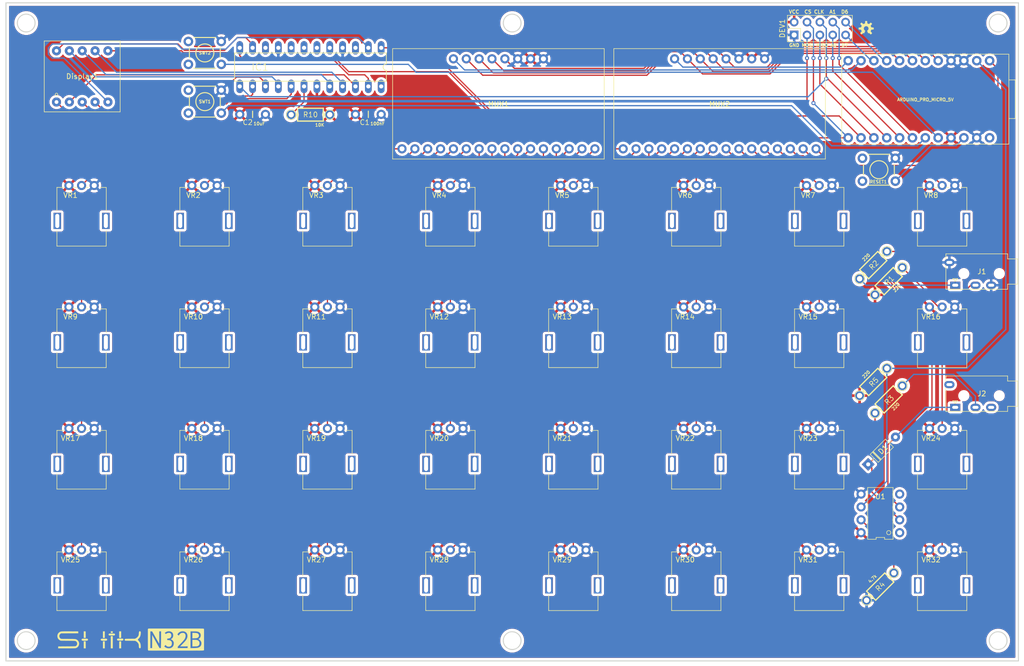
<source format=kicad_pcb>
(kicad_pcb (version 20171130) (host pcbnew "(5.1.8-0-10_14)")
  (title_block (title N32B) (date 2020-11-25) (rev V2.0) (company Shik) (comment 1 https://shik.tech) (comment 2 "CC0 1.0 Universal"))
  (layers (0 F.Cu signal) (31 B.Cu signal) (34 B.Paste user) (35 F.Paste user) (36 B.SilkS user) (37 F.SilkS user) (38 B.Mask user) (39 F.Mask user) (44 Edge.Cuts user))
  (net 0 "")
  (net 1 GND)
  (net 2 SWT1)
  (net 3 SWT2)
  (net 4 S0)
  (net 5 S1)
  (net 6 S2)
  (net 7 S3)
  (net 8 MUX1)
  (net 9 MUX2)
  (net 10 VCC)
  (net 11 "Net-(B1-Pad24)")
  (net 12 DIG1)
  (net 13 SEGG)
  (net 14 SEGB)
  (net 15 SEGDP)
  (net 16 SEGC)
  (net 17 SEGA)
  (net 18 SEGE)
  (net 19 SEGF)
  (net 20 SEGD)
  (net 21 DIG0)
  (net 22 "Net-(IC1-Pad3)")
  (net 23 "Net-(IC1-Pad5)")
  (net 24 "Net-(IC1-Pad6)")
  (net 25 "Net-(IC1-Pad7)")
  (net 26 "Net-(IC1-Pad8)")
  (net 27 "Net-(IC1-Pad10)")
  (net 28 CS)
  (net 29 CLK)
  (net 30 "Net-(IC1-Pad18)")
  (net 31 "Net-(IC1-Pad24)")
  (net 32 R1)
  (net 33 R2)
  (net 34 R9)
  (net 35 R3)
  (net 36 R10)
  (net 37 R4)
  (net 38 R11)
  (net 39 R17)
  (net 40 R18)
  (net 41 R25)
  (net 42 R26)
  (net 43 R19)
  (net 44 R27)
  (net 45 R12)
  (net 46 R20)
  (net 47 R28)
  (net 48 R8)
  (net 49 R16)
  (net 50 R24)
  (net 51 R32)
  (net 52 R7)
  (net 53 R15)
  (net 54 R23)
  (net 55 R31)
  (net 56 R6)
  (net 57 R14)
  (net 58 R22)
  (net 59 R30)
  (net 60 R29)
  (net 61 R21)
  (net 62 R13)
  (net 63 R5)
  (net 64 TX0)
  (net 65 "Net-(J1-PadT)")
  (net 66 "Net-(J1-PadR1)")
  (net 67 RX)
  (net 68 RST)
  (net 69 "Net-(D1-Pad1)")
  (net 70 "Net-(D1-Pad2)")
  (net 71 "Net-(J2-PadS)")
  (net 72 "Net-(J2-PadR1)")
  (net 73 "Net-(J2-PadR2)")
  (net 74 "Net-(R4-PadP$1)")
  (net 75 "Net-(U1-Pad4)")
  (net 76 "Net-(U1-Pad1)")
  (net 77 /Analog1)
  (net 78 MISO)
  (net 79 MOSI)
  (net 80 /Analog0)
  (net 81 /Digital7)
  (net 82 /Digital6)
  (module Mods:N32B_bottom_board_graphics (layer F.Cu) (at 38.608 148.336)
    (fp_text reference G*** hide)
    (fp_text value LOGO hide)
  )
  (module Aesthetics:OSHW-LOGO-S (layer F.Cu) (at 198.374 27.432)
    (fp_text reference "" (at 0 0) (layer F.SilkS) (effects (font (size 1.524 1.524))))
    (fp_text value "" (at 0 0) (layer F.SilkS) (effects (font (size 1.524 1.524))))
  )
  (module Connector_PinHeader_2.54mm:PinHeader_2x05_P2.54mm_Vertical (layer F.Cu) (at 184.15 28.702 90)
    (fp_text reference DEV1 (at 1.27 -2.33 90) (layer F.SilkS))
    (fp_text value "GND VCC CS MOSI MISO CLK A0 A1  D6  D7" hide)
    (pad 1 thru_hole rect (at 0 0 90) (size 1.7 1.7) (drill 1) (layers *.Cu *.Mask) (net 1 GND))
    (pad 2 thru_hole oval (at 2.54 0 90) (size 1.7 1.7) (drill 1) (layers *.Cu *.Mask) (net 10 VCC))
    (pad 3 thru_hole oval (at 0 2.54 90) (size 1.7 1.7) (drill 1) (layers *.Cu *.Mask) (net 79 MOSI))
    (pad 4 thru_hole oval (at 2.54 2.54 90) (size 1.7 1.7) (drill 1) (layers *.Cu *.Mask) (net 28 CS))
    (pad 5 thru_hole oval (at 0 5.08 90) (size 1.7 1.7) (drill 1) (layers *.Cu *.Mask) (net 78 MISO))
    (pad 6 thru_hole oval (at 2.54 5.08 90) (size 1.7 1.7) (drill 1) (layers *.Cu *.Mask) (net 29 CLK))
    (pad 7 thru_hole oval (at 0 7.62 90) (size 1.7 1.7) (drill 1) (layers *.Cu *.Mask) (net 80 /Analog0))
    (pad 8 thru_hole oval (at 2.54 7.62 90) (size 1.7 1.7) (drill 1) (layers *.Cu *.Mask) (net 77 /Analog1))
    (pad 9 thru_hole oval (at 0 10.16 90) (size 1.7 1.7) (drill 1) (layers *.Cu *.Mask) (net 81 /Digital7))
    (pad 10 thru_hole oval (at 2.54 10.16 90) (size 1.7 1.7) (drill 1) (layers *.Cu *.Mask) (net 82 /Digital6))
  )
  (module shik:CAP-PTH-5.08 (layer F.Cu) (at 77.168 44.386)
    (fp_text reference C2 (at -0.968 1.588 180) (layer F.SilkS) (effects (font (thickness 0.127))))
    (fp_text value 10uF (at 1.318 1.842 180) (layer F.SilkS) (effects (font (size 0.6096 0.6096) (thickness 0.127))))
    (pad 1 thru_hole circle (at -2.54 0) (size 1.8 1.8) (drill 1) (layers *.Cu *.Mask) (net 10 VCC))
    (pad 2 thru_hole circle (at 2.54 0) (size 1.8 1.8) (drill 1) (layers *.Cu *.Mask) (net 1 GND))
  )
  (module shik:CAP-PTH-5.08 (layer F.Cu) (at 100.028 44.386)
    (fp_text reference C1 (at -0.714 1.588 180) (layer F.SilkS) (effects (font (thickness 0.127))))
    (fp_text value 100nF (at 1.826 1.842 180) (layer F.SilkS) (effects (font (size 0.6096 0.6096) (thickness 0.127))))
    (pad 1 thru_hole circle (at -2.54 0) (size 1.8 1.8) (drill 1) (layers *.Cu *.Mask) (net 10 VCC))
    (pad 2 thru_hole circle (at 2.54 0) (size 1.8 1.8) (drill 1) (layers *.Cu *.Mask) (net 1 GND))
  )
  (module shik:7-Segment-2-Digits-0.36inch (layer F.Cu) (at 43.508 36.892)
    (fp_text reference Display1 (at 0 0 180) (layer F.SilkS))
    (fp_text value 7-segment-2digit-0.36inch-display hide)
    (pad 10 thru_hole circle (at -5.08 -5.06) (size 1.8 1.8) (drill 0.762) (layers *.Cu *.Mask) (net 12 DIG1))
    (pad 1 thru_hole circle (at -5.08 5.06) (size 1.8 1.8) (drill 0.762) (layers *.Cu *.Mask) (net 13 SEGG))
    (pad 9 thru_hole circle (at -2.54 -5.06) (size 1.8 1.8) (drill 0.762) (layers *.Cu *.Mask) (net 14 SEGB))
    (pad 2 thru_hole circle (at -2.54 5.06) (size 1.8 1.8) (drill 0.762) (layers *.Cu *.Mask) (net 15 SEGDP))
    (pad 8 thru_hole circle (at 0 -5.06) (size 1.8 1.8) (drill 0.762) (layers *.Cu *.Mask) (net 16 SEGC))
    (pad 3 thru_hole circle (at 0 5.06) (size 1.8 1.8) (drill 0.762) (layers *.Cu *.Mask) (net 17 SEGA))
    (pad 7 thru_hole circle (at 2.54 -5.06) (size 1.8 1.8) (drill 0.762) (layers *.Cu *.Mask) (net 18 SEGE))
    (pad 4 thru_hole circle (at 2.54 5.06) (size 1.8 1.8) (drill 0.762) (layers *.Cu *.Mask) (net 19 SEGF))
    (pad 6 thru_hole circle (at 5.08 -5.06) (size 1.8 1.8) (drill 0.762) (layers *.Cu *.Mask) (net 20 SEGD))
    (pad 5 thru_hole circle (at 5.08 5.06) (size 1.8 1.8) (drill 0.762) (layers *.Cu *.Mask) (net 21 DIG0))
  )
  (module shik:D_DO-35_SOD27_P7.62mm_Horizontal (layer F.Cu) (at 198.773 113.527 45)
    (fp_text reference D1 (at 4.140199 0 45) (layer F.SilkS))
    (fp_text value 1N914)
    (pad 2 thru_hole oval (at 7.62 0 45) (size 1.8 1.8) (drill 0.8) (layers *.Cu *.Mask) (net 70 "Net-(D1-Pad2)"))
    (pad 1 thru_hole rect (at 0 0 45) (size 1.8 1.8) (drill 0.8) (layers *.Cu *.Mask) (net 69 "Net-(D1-Pad1)"))
  )
  (module shik:Potentiometer_R09_B103_Single_Vertical (layer F.Cu) (at 213.382001 137.44 270)
    (fp_text reference VR32 (at -5.07 2.19 180) (layer F.SilkS))
    (fp_text value 10k)
    (pad 1 thru_hole circle (at -7 -2.5) (size 1.8 1.8) (drill 1) (layers *.Cu *.Mask) (net 1 GND))
    (pad 2 thru_hole circle (at -7 0) (size 1.8 1.8) (drill 1) (layers *.Cu *.Mask) (net 51 R32))
    (pad 3 thru_hole circle (at -7 2.5) (size 1.8 1.8) (drill 1) (layers *.Cu *.Mask) (net 10 VCC))
    (pad "" thru_hole rect (at 0 4.8) (size 1.5 3.2) (drill oval 0.8 2.8) (layers *.Cu *.Mask))
    (pad "" thru_hole rect (at 0 -4.8) (size 1.5 3.2) (drill oval 0.8 2.8) (layers *.Cu *.Mask))
  )
  (module shik:Potentiometer_R09_B103_Single_Vertical (layer F.Cu) (at 189.096001 137.44 270)
    (fp_text reference VR31 (at -5.07 2.19 180) (layer F.SilkS))
    (fp_text value 10k)
    (pad 1 thru_hole circle (at -7 -2.5) (size 1.8 1.8) (drill 1) (layers *.Cu *.Mask) (net 1 GND))
    (pad 2 thru_hole circle (at -7 0) (size 1.8 1.8) (drill 1) (layers *.Cu *.Mask) (net 55 R31))
    (pad 3 thru_hole circle (at -7 2.5) (size 1.8 1.8) (drill 1) (layers *.Cu *.Mask) (net 10 VCC))
    (pad "" thru_hole rect (at 0 4.8) (size 1.5 3.2) (drill oval 0.8 2.8) (layers *.Cu *.Mask))
    (pad "" thru_hole rect (at 0 -4.8) (size 1.5 3.2) (drill oval 0.8 2.8) (layers *.Cu *.Mask))
  )
  (module shik:Potentiometer_R09_B103_Single_Vertical (layer F.Cu) (at 164.810001 137.44 270)
    (fp_text reference VR30 (at -5.07 2.19 180) (layer F.SilkS))
    (fp_text value 10k)
    (pad 1 thru_hole circle (at -7 -2.5) (size 1.8 1.8) (drill 1) (layers *.Cu *.Mask) (net 1 GND))
    (pad 2 thru_hole circle (at -7 0) (size 1.8 1.8) (drill 1) (layers *.Cu *.Mask) (net 59 R30))
    (pad 3 thru_hole circle (at -7 2.5) (size 1.8 1.8) (drill 1) (layers *.Cu *.Mask) (net 10 VCC))
    (pad "" thru_hole rect (at 0 4.8) (size 1.5 3.2) (drill oval 0.8 2.8) (layers *.Cu *.Mask))
    (pad "" thru_hole rect (at 0 -4.8) (size 1.5 3.2) (drill oval 0.8 2.8) (layers *.Cu *.Mask))
  )
  (module shik:Potentiometer_R09_B103_Single_Vertical (layer F.Cu) (at 140.524001 137.44 270)
    (fp_text reference VR29 (at -5.07 2.19 180) (layer F.SilkS))
    (fp_text value 10k)
    (pad 1 thru_hole circle (at -7 -2.5) (size 1.8 1.8) (drill 1) (layers *.Cu *.Mask) (net 1 GND))
    (pad 2 thru_hole circle (at -7 0) (size 1.8 1.8) (drill 1) (layers *.Cu *.Mask) (net 60 R29))
    (pad 3 thru_hole circle (at -7 2.5) (size 1.8 1.8) (drill 1) (layers *.Cu *.Mask) (net 10 VCC))
    (pad "" thru_hole rect (at 0 4.8) (size 1.5 3.2) (drill oval 0.8 2.8) (layers *.Cu *.Mask))
    (pad "" thru_hole rect (at 0 -4.8) (size 1.5 3.2) (drill oval 0.8 2.8) (layers *.Cu *.Mask))
  )
  (module shik:Potentiometer_R09_B103_Single_Vertical (layer F.Cu) (at 116.238002 137.44 270)
    (fp_text reference VR28 (at -5.07 2.19 180) (layer F.SilkS))
    (fp_text value 10k)
    (pad 1 thru_hole circle (at -7 -2.5) (size 1.8 1.8) (drill 1) (layers *.Cu *.Mask) (net 1 GND))
    (pad 2 thru_hole circle (at -7 0) (size 1.8 1.8) (drill 1) (layers *.Cu *.Mask) (net 47 R28))
    (pad 3 thru_hole circle (at -7 2.5) (size 1.8 1.8) (drill 1) (layers *.Cu *.Mask) (net 10 VCC))
    (pad "" thru_hole rect (at 0 4.8) (size 1.5 3.2) (drill oval 0.8 2.8) (layers *.Cu *.Mask))
    (pad "" thru_hole rect (at 0 -4.8) (size 1.5 3.2) (drill oval 0.8 2.8) (layers *.Cu *.Mask))
  )
  (module shik:Potentiometer_R09_B103_Single_Vertical (layer F.Cu) (at 91.952001 137.44 270)
    (fp_text reference VR27 (at -5.07 2.19 180) (layer F.SilkS))
    (fp_text value 10k)
    (pad 1 thru_hole circle (at -7 -2.5) (size 1.8 1.8) (drill 1) (layers *.Cu *.Mask) (net 1 GND))
    (pad 2 thru_hole circle (at -7 0) (size 1.8 1.8) (drill 1) (layers *.Cu *.Mask) (net 44 R27))
    (pad 3 thru_hole circle (at -7 2.5) (size 1.8 1.8) (drill 1) (layers *.Cu *.Mask) (net 10 VCC))
    (pad "" thru_hole rect (at 0 4.8) (size 1.5 3.2) (drill oval 0.8 2.8) (layers *.Cu *.Mask))
    (pad "" thru_hole rect (at 0 -4.8) (size 1.5 3.2) (drill oval 0.8 2.8) (layers *.Cu *.Mask))
  )
  (module shik:Potentiometer_R09_B103_Single_Vertical (layer F.Cu) (at 67.666001 137.44 270)
    (fp_text reference VR26 (at -5.07 2.19 180) (layer F.SilkS))
    (fp_text value 10k)
    (pad 1 thru_hole circle (at -7 -2.5) (size 1.8 1.8) (drill 1) (layers *.Cu *.Mask) (net 1 GND))
    (pad 2 thru_hole circle (at -7 0) (size 1.8 1.8) (drill 1) (layers *.Cu *.Mask) (net 42 R26))
    (pad 3 thru_hole circle (at -7 2.5) (size 1.8 1.8) (drill 1) (layers *.Cu *.Mask) (net 10 VCC))
    (pad "" thru_hole rect (at 0 4.8) (size 1.5 3.2) (drill oval 0.8 2.8) (layers *.Cu *.Mask))
    (pad "" thru_hole rect (at 0 -4.8) (size 1.5 3.2) (drill oval 0.8 2.8) (layers *.Cu *.Mask))
  )
  (module shik:Potentiometer_R09_B103_Single_Vertical (layer F.Cu) (at 213.382001 113.439999 270)
    (fp_text reference VR24 (at -5.07 2.19 180) (layer F.SilkS))
    (fp_text value 10k)
    (pad 1 thru_hole circle (at -7 -2.5) (size 1.8 1.8) (drill 1) (layers *.Cu *.Mask) (net 1 GND))
    (pad 2 thru_hole circle (at -7 0) (size 1.8 1.8) (drill 1) (layers *.Cu *.Mask) (net 50 R24))
    (pad 3 thru_hole circle (at -7 2.5) (size 1.8 1.8) (drill 1) (layers *.Cu *.Mask) (net 10 VCC))
    (pad "" thru_hole rect (at 0 4.8) (size 1.5 3.2) (drill oval 0.8 2.8) (layers *.Cu *.Mask))
    (pad "" thru_hole rect (at 0 -4.8) (size 1.5 3.2) (drill oval 0.8 2.8) (layers *.Cu *.Mask))
  )
  (module shik:Potentiometer_R09_B103_Single_Vertical (layer F.Cu) (at 189.096001 113.439999 270)
    (fp_text reference VR23 (at -5.07 2.19 180) (layer F.SilkS))
    (fp_text value 10k)
    (pad 1 thru_hole circle (at -7 -2.5) (size 1.8 1.8) (drill 1) (layers *.Cu *.Mask) (net 1 GND))
    (pad 2 thru_hole circle (at -7 0) (size 1.8 1.8) (drill 1) (layers *.Cu *.Mask) (net 54 R23))
    (pad 3 thru_hole circle (at -7 2.5) (size 1.8 1.8) (drill 1) (layers *.Cu *.Mask) (net 10 VCC))
    (pad "" thru_hole rect (at 0 4.8) (size 1.5 3.2) (drill oval 0.8 2.8) (layers *.Cu *.Mask))
    (pad "" thru_hole rect (at 0 -4.8) (size 1.5 3.2) (drill oval 0.8 2.8) (layers *.Cu *.Mask))
  )
  (module shik:Potentiometer_R09_B103_Single_Vertical (layer F.Cu) (at 164.810001 113.439999 270)
    (fp_text reference VR22 (at -5.07 2.19 180) (layer F.SilkS))
    (fp_text value 10k)
    (pad 1 thru_hole circle (at -7 -2.5) (size 1.8 1.8) (drill 1) (layers *.Cu *.Mask) (net 1 GND))
    (pad 2 thru_hole circle (at -7 0) (size 1.8 1.8) (drill 1) (layers *.Cu *.Mask) (net 58 R22))
    (pad 3 thru_hole circle (at -7 2.5) (size 1.8 1.8) (drill 1) (layers *.Cu *.Mask) (net 10 VCC))
    (pad "" thru_hole rect (at 0 4.8) (size 1.5 3.2) (drill oval 0.8 2.8) (layers *.Cu *.Mask))
    (pad "" thru_hole rect (at 0 -4.8) (size 1.5 3.2) (drill oval 0.8 2.8) (layers *.Cu *.Mask))
  )
  (module shik:Potentiometer_R09_B103_Single_Vertical (layer F.Cu) (at 140.524001 113.439999 270)
    (fp_text reference VR21 (at -5.07 2.19 180) (layer F.SilkS))
    (fp_text value 10k)
    (pad 1 thru_hole circle (at -7 -2.5) (size 1.8 1.8) (drill 1) (layers *.Cu *.Mask) (net 1 GND))
    (pad 2 thru_hole circle (at -7 0) (size 1.8 1.8) (drill 1) (layers *.Cu *.Mask) (net 61 R21))
    (pad 3 thru_hole circle (at -7 2.5) (size 1.8 1.8) (drill 1) (layers *.Cu *.Mask) (net 10 VCC))
    (pad "" thru_hole rect (at 0 4.8) (size 1.5 3.2) (drill oval 0.8 2.8) (layers *.Cu *.Mask))
    (pad "" thru_hole rect (at 0 -4.8) (size 1.5 3.2) (drill oval 0.8 2.8) (layers *.Cu *.Mask))
  )
  (module shik:Potentiometer_R09_B103_Single_Vertical (layer F.Cu) (at 116.238002 113.439999 270)
    (fp_text reference VR20 (at -5.07 2.19 180) (layer F.SilkS))
    (fp_text value 10k)
    (pad 1 thru_hole circle (at -7 -2.5) (size 1.8 1.8) (drill 1) (layers *.Cu *.Mask) (net 1 GND))
    (pad 2 thru_hole circle (at -7 0) (size 1.8 1.8) (drill 1) (layers *.Cu *.Mask) (net 46 R20))
    (pad 3 thru_hole circle (at -7 2.5) (size 1.8 1.8) (drill 1) (layers *.Cu *.Mask) (net 10 VCC))
    (pad "" thru_hole rect (at 0 4.8) (size 1.5 3.2) (drill oval 0.8 2.8) (layers *.Cu *.Mask))
    (pad "" thru_hole rect (at 0 -4.8) (size 1.5 3.2) (drill oval 0.8 2.8) (layers *.Cu *.Mask))
  )
  (module shik:Potentiometer_R09_B103_Single_Vertical (layer F.Cu) (at 91.952001 113.439999 270)
    (fp_text reference VR19 (at -5.07 2.19 180) (layer F.SilkS))
    (fp_text value 10k)
    (pad 1 thru_hole circle (at -7 -2.5) (size 1.8 1.8) (drill 1) (layers *.Cu *.Mask) (net 1 GND))
    (pad 2 thru_hole circle (at -7 0) (size 1.8 1.8) (drill 1) (layers *.Cu *.Mask) (net 43 R19))
    (pad 3 thru_hole circle (at -7 2.5) (size 1.8 1.8) (drill 1) (layers *.Cu *.Mask) (net 10 VCC))
    (pad "" thru_hole rect (at 0 4.8) (size 1.5 3.2) (drill oval 0.8 2.8) (layers *.Cu *.Mask))
    (pad "" thru_hole rect (at 0 -4.8) (size 1.5 3.2) (drill oval 0.8 2.8) (layers *.Cu *.Mask))
  )
  (module shik:Potentiometer_R09_B103_Single_Vertical (layer F.Cu) (at 67.666001 113.439999 270)
    (fp_text reference VR18 (at -5.07 2.19 180) (layer F.SilkS))
    (fp_text value 10k)
    (pad 1 thru_hole circle (at -7 -2.5) (size 1.8 1.8) (drill 1) (layers *.Cu *.Mask) (net 1 GND))
    (pad 2 thru_hole circle (at -7 0) (size 1.8 1.8) (drill 1) (layers *.Cu *.Mask) (net 40 R18))
    (pad 3 thru_hole circle (at -7 2.5) (size 1.8 1.8) (drill 1) (layers *.Cu *.Mask) (net 10 VCC))
    (pad "" thru_hole rect (at 0 4.8) (size 1.5 3.2) (drill oval 0.8 2.8) (layers *.Cu *.Mask))
    (pad "" thru_hole rect (at 0 -4.8) (size 1.5 3.2) (drill oval 0.8 2.8) (layers *.Cu *.Mask))
  )
  (module shik:Potentiometer_R09_B103_Single_Vertical (layer F.Cu) (at 43.380001 113.439999 270)
    (fp_text reference VR17 (at -5.07 2.19 180) (layer F.SilkS))
    (fp_text value 10k)
    (pad 1 thru_hole circle (at -7 -2.5) (size 1.8 1.8) (drill 1) (layers *.Cu *.Mask) (net 1 GND))
    (pad 2 thru_hole circle (at -7 0) (size 1.8 1.8) (drill 1) (layers *.Cu *.Mask) (net 39 R17))
    (pad 3 thru_hole circle (at -7 2.5) (size 1.8 1.8) (drill 1) (layers *.Cu *.Mask) (net 10 VCC))
    (pad "" thru_hole rect (at 0 4.8) (size 1.5 3.2) (drill oval 0.8 2.8) (layers *.Cu *.Mask))
    (pad "" thru_hole rect (at 0 -4.8) (size 1.5 3.2) (drill oval 0.8 2.8) (layers *.Cu *.Mask))
  )
  (module shik:Potentiometer_R09_B103_Single_Vertical (layer F.Cu) (at 213.382001 89.439999 270)
    (fp_text reference VR16 (at -5.07 2.19 180) (layer F.SilkS))
    (fp_text value 10k)
    (pad 1 thru_hole circle (at -7 -2.5) (size 1.8 1.8) (drill 1) (layers *.Cu *.Mask) (net 1 GND))
    (pad 2 thru_hole circle (at -7 0) (size 1.8 1.8) (drill 1) (layers *.Cu *.Mask) (net 49 R16))
    (pad 3 thru_hole circle (at -7 2.5) (size 1.8 1.8) (drill 1) (layers *.Cu *.Mask) (net 10 VCC))
    (pad "" thru_hole rect (at 0 4.8) (size 1.5 3.2) (drill oval 0.8 2.8) (layers *.Cu *.Mask))
    (pad "" thru_hole rect (at 0 -4.8) (size 1.5 3.2) (drill oval 0.8 2.8) (layers *.Cu *.Mask))
  )
  (module shik:Potentiometer_R09_B103_Single_Vertical (layer F.Cu) (at 189.096001 89.439999 270)
    (fp_text reference VR15 (at -5.07 2.19 180) (layer F.SilkS))
    (fp_text value 10k)
    (pad 1 thru_hole circle (at -7 -2.5) (size 1.8 1.8) (drill 1) (layers *.Cu *.Mask) (net 1 GND))
    (pad 2 thru_hole circle (at -7 0) (size 1.8 1.8) (drill 1) (layers *.Cu *.Mask) (net 53 R15))
    (pad 3 thru_hole circle (at -7 2.5) (size 1.8 1.8) (drill 1) (layers *.Cu *.Mask) (net 10 VCC))
    (pad "" thru_hole rect (at 0 4.8) (size 1.5 3.2) (drill oval 0.8 2.8) (layers *.Cu *.Mask))
    (pad "" thru_hole rect (at 0 -4.8) (size 1.5 3.2) (drill oval 0.8 2.8) (layers *.Cu *.Mask))
  )
  (module shik:Potentiometer_R09_B103_Single_Vertical (layer F.Cu) (at 164.810001 89.439999 270)
    (fp_text reference VR14 (at -5.07 2.19 180) (layer F.SilkS))
    (fp_text value 10k)
    (pad 1 thru_hole circle (at -7 -2.5) (size 1.8 1.8) (drill 1) (layers *.Cu *.Mask) (net 1 GND))
    (pad 2 thru_hole circle (at -7 0) (size 1.8 1.8) (drill 1) (layers *.Cu *.Mask) (net 57 R14))
    (pad 3 thru_hole circle (at -7 2.5) (size 1.8 1.8) (drill 1) (layers *.Cu *.Mask) (net 10 VCC))
    (pad "" thru_hole rect (at 0 4.8) (size 1.5 3.2) (drill oval 0.8 2.8) (layers *.Cu *.Mask))
    (pad "" thru_hole rect (at 0 -4.8) (size 1.5 3.2) (drill oval 0.8 2.8) (layers *.Cu *.Mask))
  )
  (module shik:Potentiometer_R09_B103_Single_Vertical (layer F.Cu) (at 140.524001 89.439999 270)
    (fp_text reference VR13 (at -5.07 2.19 180) (layer F.SilkS))
    (fp_text value 10k)
    (pad 1 thru_hole circle (at -7 -2.5) (size 1.8 1.8) (drill 1) (layers *.Cu *.Mask) (net 1 GND))
    (pad 2 thru_hole circle (at -7 0) (size 1.8 1.8) (drill 1) (layers *.Cu *.Mask) (net 62 R13))
    (pad 3 thru_hole circle (at -7 2.5) (size 1.8 1.8) (drill 1) (layers *.Cu *.Mask) (net 10 VCC))
    (pad "" thru_hole rect (at 0 4.8) (size 1.5 3.2) (drill oval 0.8 2.8) (layers *.Cu *.Mask))
    (pad "" thru_hole rect (at 0 -4.8) (size 1.5 3.2) (drill oval 0.8 2.8) (layers *.Cu *.Mask))
  )
  (module shik:Potentiometer_R09_B103_Single_Vertical (layer F.Cu) (at 116.238002 89.439999 270)
    (fp_text reference VR12 (at -5.07 2.19 180) (layer F.SilkS))
    (fp_text value 10k)
    (pad 1 thru_hole circle (at -7 -2.5) (size 1.8 1.8) (drill 1) (layers *.Cu *.Mask) (net 1 GND))
    (pad 2 thru_hole circle (at -7 0) (size 1.8 1.8) (drill 1) (layers *.Cu *.Mask) (net 45 R12))
    (pad 3 thru_hole circle (at -7 2.5) (size 1.8 1.8) (drill 1) (layers *.Cu *.Mask) (net 10 VCC))
    (pad "" thru_hole rect (at 0 4.8) (size 1.5 3.2) (drill oval 0.8 2.8) (layers *.Cu *.Mask))
    (pad "" thru_hole rect (at 0 -4.8) (size 1.5 3.2) (drill oval 0.8 2.8) (layers *.Cu *.Mask))
  )
  (module shik:Potentiometer_R09_B103_Single_Vertical (layer F.Cu) (at 91.952001 89.439999 270)
    (fp_text reference VR11 (at -5.07 2.19 180) (layer F.SilkS))
    (fp_text value 10k)
    (pad 1 thru_hole circle (at -7 -2.5) (size 1.8 1.8) (drill 1) (layers *.Cu *.Mask) (net 1 GND))
    (pad 2 thru_hole circle (at -7 0) (size 1.8 1.8) (drill 1) (layers *.Cu *.Mask) (net 38 R11))
    (pad 3 thru_hole circle (at -7 2.5) (size 1.8 1.8) (drill 1) (layers *.Cu *.Mask) (net 10 VCC))
    (pad "" thru_hole rect (at 0 4.8) (size 1.5 3.2) (drill oval 0.8 2.8) (layers *.Cu *.Mask))
    (pad "" thru_hole rect (at 0 -4.8) (size 1.5 3.2) (drill oval 0.8 2.8) (layers *.Cu *.Mask))
  )
  (module shik:Potentiometer_R09_B103_Single_Vertical (layer F.Cu) (at 67.666001 89.439999 270)
    (fp_text reference VR10 (at -5.07 2.19 180) (layer F.SilkS))
    (fp_text value 10k)
    (pad 1 thru_hole circle (at -7 -2.5) (size 1.8 1.8) (drill 1) (layers *.Cu *.Mask) (net 1 GND))
    (pad 2 thru_hole circle (at -7 0) (size 1.8 1.8) (drill 1) (layers *.Cu *.Mask) (net 36 R10))
    (pad 3 thru_hole circle (at -7 2.5) (size 1.8 1.8) (drill 1) (layers *.Cu *.Mask) (net 10 VCC))
    (pad "" thru_hole rect (at 0 4.8) (size 1.5 3.2) (drill oval 0.8 2.8) (layers *.Cu *.Mask))
    (pad "" thru_hole rect (at 0 -4.8) (size 1.5 3.2) (drill oval 0.8 2.8) (layers *.Cu *.Mask))
  )
  (module shik:Potentiometer_R09_B103_Single_Vertical (layer F.Cu) (at 43.380001 89.439999 270)
    (fp_text reference VR9 (at -5.07 2.19 180) (layer F.SilkS))
    (fp_text value 10k)
    (pad 1 thru_hole circle (at -7 -2.5) (size 1.8 1.8) (drill 1) (layers *.Cu *.Mask) (net 1 GND))
    (pad 2 thru_hole circle (at -7 0) (size 1.8 1.8) (drill 1) (layers *.Cu *.Mask) (net 34 R9))
    (pad 3 thru_hole circle (at -7 2.5) (size 1.8 1.8) (drill 1) (layers *.Cu *.Mask) (net 10 VCC))
    (pad "" thru_hole rect (at 0 4.8) (size 1.5 3.2) (drill oval 0.8 2.8) (layers *.Cu *.Mask))
    (pad "" thru_hole rect (at 0 -4.8) (size 1.5 3.2) (drill oval 0.8 2.8) (layers *.Cu *.Mask))
  )
  (module shik:Potentiometer_R09_B103_Single_Vertical (layer F.Cu) (at 213.382001 65.44 270)
    (fp_text reference VR8 (at -5.07 2.19 180) (layer F.SilkS))
    (fp_text value 10k)
    (pad 1 thru_hole circle (at -7 -2.5) (size 1.8 1.8) (drill 1) (layers *.Cu *.Mask) (net 1 GND))
    (pad 2 thru_hole circle (at -7 0) (size 1.8 1.8) (drill 1) (layers *.Cu *.Mask) (net 48 R8))
    (pad 3 thru_hole circle (at -7 2.5) (size 1.8 1.8) (drill 1) (layers *.Cu *.Mask) (net 10 VCC))
    (pad "" thru_hole rect (at 0 4.8) (size 1.5 3.2) (drill oval 0.8 2.8) (layers *.Cu *.Mask))
    (pad "" thru_hole rect (at 0 -4.8) (size 1.5 3.2) (drill oval 0.8 2.8) (layers *.Cu *.Mask))
  )
  (module shik:Potentiometer_R09_B103_Single_Vertical (layer F.Cu) (at 189.096001 65.44 270)
    (fp_text reference VR7 (at -5.07 2.19 180) (layer F.SilkS))
    (fp_text value 10k)
    (pad 1 thru_hole circle (at -7 -2.5) (size 1.8 1.8) (drill 1) (layers *.Cu *.Mask) (net 1 GND))
    (pad 2 thru_hole circle (at -7 0) (size 1.8 1.8) (drill 1) (layers *.Cu *.Mask) (net 52 R7))
    (pad 3 thru_hole circle (at -7 2.5) (size 1.8 1.8) (drill 1) (layers *.Cu *.Mask) (net 10 VCC))
    (pad "" thru_hole rect (at 0 4.8) (size 1.5 3.2) (drill oval 0.8 2.8) (layers *.Cu *.Mask))
    (pad "" thru_hole rect (at 0 -4.8) (size 1.5 3.2) (drill oval 0.8 2.8) (layers *.Cu *.Mask))
  )
  (module shik:Potentiometer_R09_B103_Single_Vertical (layer F.Cu) (at 164.810001 65.44 270)
    (fp_text reference VR6 (at -5.07 2.19 180) (layer F.SilkS))
    (fp_text value 10k)
    (pad 1 thru_hole circle (at -7 -2.5) (size 1.8 1.8) (drill 1) (layers *.Cu *.Mask) (net 1 GND))
    (pad 2 thru_hole circle (at -7 0) (size 1.8 1.8) (drill 1) (layers *.Cu *.Mask) (net 56 R6))
    (pad 3 thru_hole circle (at -7 2.5) (size 1.8 1.8) (drill 1) (layers *.Cu *.Mask) (net 10 VCC))
    (pad "" thru_hole rect (at 0 4.8) (size 1.5 3.2) (drill oval 0.8 2.8) (layers *.Cu *.Mask))
    (pad "" thru_hole rect (at 0 -4.8) (size 1.5 3.2) (drill oval 0.8 2.8) (layers *.Cu *.Mask))
  )
  (module shik:Potentiometer_R09_B103_Single_Vertical (layer F.Cu) (at 140.524001 65.44 270)
    (fp_text reference VR5 (at -5.07 2.19 180) (layer F.SilkS))
    (fp_text value 10k)
    (pad 1 thru_hole circle (at -7 -2.5) (size 1.8 1.8) (drill 1) (layers *.Cu *.Mask) (net 1 GND))
    (pad 2 thru_hole circle (at -7 0) (size 1.8 1.8) (drill 1) (layers *.Cu *.Mask) (net 63 R5))
    (pad 3 thru_hole circle (at -7 2.5) (size 1.8 1.8) (drill 1) (layers *.Cu *.Mask) (net 10 VCC))
    (pad "" thru_hole rect (at 0 4.8) (size 1.5 3.2) (drill oval 0.8 2.8) (layers *.Cu *.Mask))
    (pad "" thru_hole rect (at 0 -4.8) (size 1.5 3.2) (drill oval 0.8 2.8) (layers *.Cu *.Mask))
  )
  (module shik:Potentiometer_R09_B103_Single_Vertical (layer F.Cu) (at 116.238002 65.44 270)
    (fp_text reference VR4 (at -5.07 2.19 180) (layer F.SilkS))
    (fp_text value 10k)
    (pad 1 thru_hole circle (at -7 -2.5) (size 1.8 1.8) (drill 1) (layers *.Cu *.Mask) (net 1 GND))
    (pad 2 thru_hole circle (at -7 0) (size 1.8 1.8) (drill 1) (layers *.Cu *.Mask) (net 37 R4))
    (pad 3 thru_hole circle (at -7 2.5) (size 1.8 1.8) (drill 1) (layers *.Cu *.Mask) (net 10 VCC))
    (pad "" thru_hole rect (at 0 4.8) (size 1.5 3.2) (drill oval 0.8 2.8) (layers *.Cu *.Mask))
    (pad "" thru_hole rect (at 0 -4.8) (size 1.5 3.2) (drill oval 0.8 2.8) (layers *.Cu *.Mask))
  )
  (module shik:Potentiometer_R09_B103_Single_Vertical (layer F.Cu) (at 67.666001 65.44 270)
    (fp_text reference VR2 (at -5.07 2.19 180) (layer F.SilkS))
    (fp_text value 10k)
    (pad 1 thru_hole circle (at -7 -2.5) (size 1.8 1.8) (drill 1) (layers *.Cu *.Mask) (net 1 GND))
    (pad 2 thru_hole circle (at -7 0) (size 1.8 1.8) (drill 1) (layers *.Cu *.Mask) (net 33 R2))
    (pad 3 thru_hole circle (at -7 2.5) (size 1.8 1.8) (drill 1) (layers *.Cu *.Mask) (net 10 VCC))
    (pad "" thru_hole rect (at 0 4.8) (size 1.5 3.2) (drill oval 0.8 2.8) (layers *.Cu *.Mask))
    (pad "" thru_hole rect (at 0 -4.8) (size 1.5 3.2) (drill oval 0.8 2.8) (layers *.Cu *.Mask))
  )
  (module shik:Potentiometer_R09_B103_Single_Vertical (layer F.Cu) (at 91.952001 65.44 270)
    (fp_text reference VR3 (at -5.07 2.19 180) (layer F.SilkS))
    (fp_text value 10k)
    (pad 1 thru_hole circle (at -7 -2.5) (size 1.8 1.8) (drill 1) (layers *.Cu *.Mask) (net 1 GND))
    (pad 2 thru_hole circle (at -7 0) (size 1.8 1.8) (drill 1) (layers *.Cu *.Mask) (net 35 R3))
    (pad 3 thru_hole circle (at -7 2.5) (size 1.8 1.8) (drill 1) (layers *.Cu *.Mask) (net 10 VCC))
    (pad "" thru_hole rect (at 0 4.8) (size 1.5 3.2) (drill oval 0.8 2.8) (layers *.Cu *.Mask))
    (pad "" thru_hole rect (at 0 -4.8) (size 1.5 3.2) (drill oval 0.8 2.8) (layers *.Cu *.Mask))
  )
  (module shik:Potentiometer_R09_B103_Single_Vertical (layer F.Cu) (at 43.380001 137.44 270)
    (fp_text reference VR25 (at -5.07 2.19 180) (layer F.SilkS))
    (fp_text value 10k)
    (pad 1 thru_hole circle (at -7 -2.5) (size 1.8 1.8) (drill 1) (layers *.Cu *.Mask) (net 1 GND))
    (pad 2 thru_hole circle (at -7 0) (size 1.8 1.8) (drill 1) (layers *.Cu *.Mask) (net 41 R25))
    (pad 3 thru_hole circle (at -7 2.5) (size 1.8 1.8) (drill 1) (layers *.Cu *.Mask) (net 10 VCC))
    (pad "" thru_hole rect (at 0 4.8) (size 1.5 3.2) (drill oval 0.8 2.8) (layers *.Cu *.Mask))
    (pad "" thru_hole rect (at 0 -4.8) (size 1.5 3.2) (drill oval 0.8 2.8) (layers *.Cu *.Mask))
  )
  (module shik:Potentiometer_R09_B103_Single_Vertical (layer F.Cu) (at 43.380001 65.44 270)
    (fp_text reference VR1 (at -5.07 2.19 180) (layer F.SilkS))
    (fp_text value 10k)
    (pad 1 thru_hole circle (at -7 -2.5) (size 1.8 1.8) (drill 1) (layers *.Cu *.Mask) (net 1 GND))
    (pad 2 thru_hole circle (at -7 0) (size 1.8 1.8) (drill 1) (layers *.Cu *.Mask) (net 32 R1))
    (pad 3 thru_hole circle (at -7 2.5) (size 1.8 1.8) (drill 1) (layers *.Cu *.Mask) (net 10 VCC))
    (pad "" thru_hole rect (at 0 4.8) (size 1.5 3.2) (drill oval 0.8 2.8) (layers *.Cu *.Mask))
    (pad "" thru_hole rect (at 0 -4.8) (size 1.5 3.2) (drill oval 0.8 2.8) (layers *.Cu *.Mask))
  )
  (module shik:6n138 (layer F.Cu) (at 201.1807 123.2154 90)
    (fp_text reference U1 (at 3.3274 -0.0127) (layer F.SilkS))
    (fp_text value 6N138)
    (pad 4 thru_hole circle (at 3.81 3.81 90) (size 1.8 1.8) (drill 1) (layers *.Cu *.Mask) (net 75 "Net-(U1-Pad4)"))
    (pad 5 thru_hole circle (at 3.81 -3.81 90) (size 1.8 1.8) (drill 1) (layers *.Cu *.Mask) (net 1 GND))
    (pad 3 thru_hole circle (at 1.27 3.81 90) (size 1.8 1.8) (drill 1) (layers *.Cu *.Mask) (net 70 "Net-(D1-Pad2)"))
    (pad 6 thru_hole circle (at 1.27 -3.81 90) (size 1.8 1.8) (drill 1) (layers *.Cu *.Mask) (net 67 RX))
    (pad 2 thru_hole circle (at -1.27 3.81 90) (size 1.8 1.8) (drill 1) (layers *.Cu *.Mask) (net 69 "Net-(D1-Pad1)"))
    (pad 7 thru_hole circle (at -1.27 -3.81 90) (size 1.8 1.8) (drill 1) (layers *.Cu *.Mask) (net 74 "Net-(R4-PadP$1)"))
    (pad 1 thru_hole circle (at -3.81 3.81 90) (size 1.8 1.8) (drill 1) (layers *.Cu *.Mask) (net 76 "Net-(U1-Pad1)"))
    (pad 8 thru_hole circle (at -3.81 -3.81 90) (size 1.8 1.8) (drill 1) (layers *.Cu *.Mask) (net 10 VCC))
  )
  (module Resistors:AXIAL-0.3-KIT (layer F.Cu) (at 199.771 74.168 45)
    (fp_text reference R2 (at 0.089803 0.089803 45) (layer F.SilkS) (effects (font (thickness 0.127))))
    (fp_text value 220 (at 0.089803 -2.065459 45) (layer F.SilkS) (effects (font (size 0.6096 0.6096) (thickness 0.127))))
    (pad P$2 thru_hole circle (at 3.81 0 45) (size 2.032 2.032) (drill 1.016) (layers *.Cu *.Mask) (net 64 TX0))
    (pad P$1 thru_hole circle (at -3.81 0 45) (size 2.032 2.032) (drill 1.016) (layers *.Cu *.Mask) (net 65 "Net-(J1-PadT)"))
  )
  (module Resistors:AXIAL-0.3-KIT (layer F.Cu) (at 202.819 77.343 225)
    (fp_text reference R1 (at -0.179605 0 45) (layer F.SilkS) (effects (font (thickness 0.127))))
    (fp_text value 220 (at -0.179605 -2.155261 45) (layer F.SilkS) (effects (font (size 0.6096 0.6096) (thickness 0.127))))
    (pad P$2 thru_hole circle (at 3.81 0 225) (size 2.032 2.032) (drill 1.016) (layers *.Cu *.Mask) (net 10 VCC))
    (pad P$1 thru_hole circle (at -3.81 0 225) (size 2.032 2.032) (drill 1.016) (layers *.Cu *.Mask) (net 66 "Net-(J1-PadR1)"))
  )
  (module Resistors:AXIAL-0.3-KIT (layer F.Cu) (at 88.598 44.446 180)
    (fp_text reference R10 (at 0 -0.004) (layer F.SilkS) (effects (font (thickness 0.127))))
    (fp_text value 10K (at -1.826 -2.036) (layer F.SilkS) (effects (font (size 0.6096 0.6096) (thickness 0.127))))
    (pad P$2 thru_hole circle (at 3.81 0 180) (size 2.032 2.032) (drill 1.016) (layers *.Cu *.Mask) (net 30 "Net-(IC1-Pad18)"))
    (pad P$1 thru_hole circle (at -3.81 0 180) (size 2.032 2.032) (drill 1.016) (layers *.Cu *.Mask) (net 10 VCC))
  )
  (module Resistors:AXIAL-0.3-KIT (layer F.Cu) (at 202.819 100.702 225)
    (fp_text reference R3 (at 0.006364 -0.185969 45) (layer F.SilkS) (effects (font (thickness 0.127))))
    (fp_text value 220 (at 0.006364 -1.98202 45) (layer F.SilkS) (effects (font (size 0.6096 0.6096) (thickness 0.127))))
    (pad P$2 thru_hole circle (at 3.81 0 225) (size 2.032 2.032) (drill 1.016) (layers *.Cu *.Mask) (net 69 "Net-(D1-Pad1)"))
    (pad P$1 thru_hole circle (at -3.81 0 225) (size 2.032 2.032) (drill 1.016) (layers *.Cu *.Mask) (net 72 "Net-(J2-PadR1)"))
  )
  (module Resistors:AXIAL-0.3-KIT (layer F.Cu) (at 201.148 137.677 225)
    (fp_text reference R4 (at -0.020506 -0.007778 45) (layer F.SilkS) (effects (font (thickness 0.127))))
    (fp_text value 4.7k (at -0.020506 2.147483 45) (layer F.SilkS) (effects (font (size 0.6096 0.6096) (thickness 0.127))))
    (pad P$2 thru_hole circle (at 3.81 0 225) (size 2.032 2.032) (drill 1.016) (layers *.Cu *.Mask) (net 1 GND))
    (pad P$1 thru_hole circle (at -3.81 0 225) (size 2.032 2.032) (drill 1.016) (layers *.Cu *.Mask) (net 74 "Net-(R4-PadP$1)"))
  )
  (module Resistors:AXIAL-0.3-KIT (layer F.Cu) (at 199.771 97.252 45)
    (fp_text reference R5 (at 0.068589 0.111016 45) (layer F.SilkS) (effects (font (thickness 0.127))))
    (fp_text value 220 (at 0.068589 -2.044246 45) (layer F.SilkS) (effects (font (size 0.6096 0.6096) (thickness 0.127))))
    (pad P$2 thru_hole circle (at 3.81 0 45) (size 2.032 2.032) (drill 1.016) (layers *.Cu *.Mask) (net 67 RX))
    (pad P$1 thru_hole circle (at -3.81 0 45) (size 2.032 2.032) (drill 1.016) (layers *.Cu *.Mask) (net 10 VCC))
  )
  (module shik:Jack_3.5mm_Horizontal (layer F.Cu) (at 221.218 75.438 270)
    (fp_text reference J1 (at 0 0) (layer F.SilkS))
    (fp_text value AudioJack4 hide)
    (pad "" np_thru_hole circle (at 0.4 3.55) (size 1.2 1.2) (drill 1.2) (layers *.Cu *.Mask))
    (pad "" np_thru_hole circle (at 0.4 -3.45) (size 1.2 1.2) (drill 1.2) (layers *.Cu *.Mask))
    (pad R2 thru_hole oval (at 2.7 -1.85) (size 2 1.4) (drill oval 1.2 0.6) (layers *.Cu *.Mask) (net 1 GND))
    (pad R1 thru_hole oval (at 2.7 1.25) (size 2 1.4) (drill oval 1.2 0.6) (layers *.Cu *.Mask) (net 66 "Net-(J1-PadR1)"))
    (pad T thru_hole rect (at 2.7 5.25) (size 2 1.4) (drill oval 1.2 0.6) (layers *.Cu *.Mask) (net 65 "Net-(J1-PadT)"))
    (pad S thru_hole oval (at -1.8 6.4) (size 2 1.4) (drill oval 1.2 0.6) (layers *.Cu *.Mask) (net 1 GND))
  )
  (module shik:16-CHANNEL-ANALOG-MULTIPLEXER (layer F.Cu) (at 125.73 42.306 180)
    (fp_text reference MUX1 (at 0 -0.064) (layer F.SilkS))
    (fp_text value 16-CHANNEL-ANALOG-MULTIPLEXER)
    (pad 24 thru_hole circle (at -19.05 -8.89) (size 1.8 1.8) (drill 1) (layers *.Cu *.Mask) (net 47 R28))
    (pad 23 thru_hole circle (at -16.51 -8.89) (size 1.8 1.8) (drill 1) (layers *.Cu *.Mask) (net 46 R20))
    (pad 22 thru_hole circle (at -13.97 -8.89) (size 1.8 1.8) (drill 1) (layers *.Cu *.Mask) (net 45 R12))
    (pad 21 thru_hole circle (at -11.43 -8.89) (size 1.8 1.8) (drill 1) (layers *.Cu *.Mask) (net 44 R27))
    (pad 20 thru_hole circle (at -8.89 -8.89) (size 1.8 1.8) (drill 1) (layers *.Cu *.Mask) (net 43 R19))
    (pad 1 thru_hole circle (at -8.89 8.89) (size 1.8 1.8) (drill 1) (layers *.Cu *.Mask) (net 1 GND))
    (pad 19 thru_hole circle (at -6.35 -8.89) (size 1.8 1.8) (drill 1) (layers *.Cu *.Mask) (net 42 R26))
    (pad 2 thru_hole circle (at -6.35 8.89) (size 1.8 1.8) (drill 1) (layers *.Cu *.Mask) (net 10 VCC))
    (pad 18 thru_hole circle (at -3.81 -8.89) (size 1.8 1.8) (drill 1) (layers *.Cu *.Mask) (net 41 R25))
    (pad 3 thru_hole circle (at -3.81 8.89) (size 1.8 1.8) (drill 1) (layers *.Cu *.Mask) (net 1 GND))
    (pad 17 thru_hole circle (at -1.27 -8.89) (size 1.8 1.8) (drill 1) (layers *.Cu *.Mask) (net 40 R18))
    (pad 4 thru_hole circle (at -1.27 8.89) (size 1.8 1.8) (drill 1) (layers *.Cu *.Mask) (net 4 S0))
    (pad 16 thru_hole circle (at 1.27 -8.89) (size 1.8 1.8) (drill 1) (layers *.Cu *.Mask) (net 39 R17))
    (pad 5 thru_hole circle (at 1.27 8.89) (size 1.8 1.8) (drill 1) (layers *.Cu *.Mask) (net 5 S1))
    (pad 15 thru_hole circle (at 3.81 -8.89) (size 1.8 1.8) (drill 1) (layers *.Cu *.Mask) (net 37 R4))
    (pad 6 thru_hole circle (at 3.81 8.89) (size 1.8 1.8) (drill 1) (layers *.Cu *.Mask) (net 6 S2))
    (pad 14 thru_hole circle (at 6.35 -8.89) (size 1.8 1.8) (drill 1) (layers *.Cu *.Mask) (net 38 R11))
    (pad 7 thru_hole circle (at 6.35 8.89) (size 1.8 1.8) (drill 1) (layers *.Cu *.Mask) (net 7 S3))
    (pad 13 thru_hole circle (at 8.89 -8.89) (size 1.8 1.8) (drill 1) (layers *.Cu *.Mask) (net 36 R10))
    (pad 8 thru_hole circle (at 8.89 8.89) (size 1.8 1.8) (drill 1) (layers *.Cu *.Mask) (net 8 MUX1))
    (pad 12 thru_hole circle (at 11.43 -8.89) (size 1.8 1.8) (drill 1) (layers *.Cu *.Mask) (net 35 R3))
    (pad 11 thru_hole circle (at 13.97 -8.89) (size 1.8 1.8) (drill 1) (layers *.Cu *.Mask) (net 34 R9))
    (pad 10 thru_hole circle (at 16.51 -8.89) (size 1.8 1.8) (drill 1) (layers *.Cu *.Mask) (net 33 R2))
    (pad 9 thru_hole circle (at 19.05 -8.89) (size 1.8 1.8) (drill 1) (layers *.Cu *.Mask) (net 32 R1))
  )
  (module shik:16-CHANNEL-ANALOG-MULTIPLEXER (layer F.Cu) (at 169.418 42.306 180)
    (fp_text reference MUX2 (at 0 -0.064 180) (layer F.SilkS))
    (fp_text value 16-CHANNEL-ANALOG-MULTIPLEXER)
    (pad 24 thru_hole circle (at -19.05 -8.89) (size 1.8 1.8) (drill 1) (layers *.Cu *.Mask) (net 48 R8))
    (pad 23 thru_hole circle (at -16.51 -8.89) (size 1.8 1.8) (drill 1) (layers *.Cu *.Mask) (net 49 R16))
    (pad 22 thru_hole circle (at -13.97 -8.89) (size 1.8 1.8) (drill 1) (layers *.Cu *.Mask) (net 50 R24))
    (pad 21 thru_hole circle (at -11.43 -8.89) (size 1.8 1.8) (drill 1) (layers *.Cu *.Mask) (net 51 R32))
    (pad 20 thru_hole circle (at -8.89 -8.89) (size 1.8 1.8) (drill 1) (layers *.Cu *.Mask) (net 52 R7))
    (pad 1 thru_hole circle (at -8.89 8.89) (size 1.8 1.8) (drill 1) (layers *.Cu *.Mask) (net 1 GND))
    (pad 19 thru_hole circle (at -6.35 -8.89) (size 1.8 1.8) (drill 1) (layers *.Cu *.Mask) (net 53 R15))
    (pad 2 thru_hole circle (at -6.35 8.89) (size 1.8 1.8) (drill 1) (layers *.Cu *.Mask) (net 10 VCC))
    (pad 18 thru_hole circle (at -3.81 -8.89) (size 1.8 1.8) (drill 1) (layers *.Cu *.Mask) (net 54 R23))
    (pad 3 thru_hole circle (at -3.81 8.89) (size 1.8 1.8) (drill 1) (layers *.Cu *.Mask) (net 1 GND))
    (pad 17 thru_hole circle (at -1.27 -8.89) (size 1.8 1.8) (drill 1) (layers *.Cu *.Mask) (net 55 R31))
    (pad 4 thru_hole circle (at -1.27 8.89) (size 1.8 1.8) (drill 1) (layers *.Cu *.Mask) (net 4 S0))
    (pad 16 thru_hole circle (at 1.27 -8.89) (size 1.8 1.8) (drill 1) (layers *.Cu *.Mask) (net 56 R6))
    (pad 5 thru_hole circle (at 1.27 8.89) (size 1.8 1.8) (drill 1) (layers *.Cu *.Mask) (net 5 S1))
    (pad 15 thru_hole circle (at 3.81 -8.89) (size 1.8 1.8) (drill 1) (layers *.Cu *.Mask) (net 57 R14))
    (pad 6 thru_hole circle (at 3.81 8.89) (size 1.8 1.8) (drill 1) (layers *.Cu *.Mask) (net 6 S2))
    (pad 14 thru_hole circle (at 6.35 -8.89) (size 1.8 1.8) (drill 1) (layers *.Cu *.Mask) (net 58 R22))
    (pad 7 thru_hole circle (at 6.35 8.89) (size 1.8 1.8) (drill 1) (layers *.Cu *.Mask) (net 7 S3))
    (pad 13 thru_hole circle (at 8.89 -8.89) (size 1.8 1.8) (drill 1) (layers *.Cu *.Mask) (net 59 R30))
    (pad 8 thru_hole circle (at 8.89 8.89) (size 1.8 1.8) (drill 1) (layers *.Cu *.Mask) (net 9 MUX2))
    (pad 12 thru_hole circle (at 11.43 -8.89) (size 1.8 1.8) (drill 1) (layers *.Cu *.Mask) (net 60 R29))
    (pad 11 thru_hole circle (at 13.97 -8.89) (size 1.8 1.8) (drill 1) (layers *.Cu *.Mask) (net 61 R21))
    (pad 10 thru_hole circle (at 16.51 -8.89) (size 1.8 1.8) (drill 1) (layers *.Cu *.Mask) (net 62 R13))
    (pad 9 thru_hole circle (at 19.05 -8.89) (size 1.8 1.8) (drill 1) (layers *.Cu *.Mask) (net 63 R5))
  )
  (module MountingHole:MountingHole_3.2mm_M3 (layer F.Cu) (at 128.416 148.312)
    (fp_text reference H6 hide)
    (fp_text value MountingHole)
    (pad 1 np_thru_hole circle (at 0 0) (size 3.2 3.2) (drill 3.2) (layers *.Cu *.Mask))
  )
  (module MountingHole:MountingHole_3.2mm_M3 (layer F.Cu) (at 128.416 26.312)
    (fp_text reference H5 hide)
    (fp_text value MountingHole)
    (pad 1 np_thru_hole circle (at 0 0) (size 3.2 3.2) (drill 3.2) (layers *.Cu *.Mask))
  )
  (module MountingHole:MountingHole_3.2mm_M3 (layer F.Cu) (at 224.416 148.312)
    (fp_text reference H4 hide)
    (fp_text value MountingHole)
    (pad 1 np_thru_hole circle (at 0 0) (size 3.2 3.2) (drill 3.2) (layers *.Cu *.Mask))
  )
  (module MountingHole:MountingHole_3.2mm_M3 (layer F.Cu) (at 32.416 148.312)
    (fp_text reference H3 hide)
    (fp_text value MountingHole)
    (pad 1 np_thru_hole circle (at 0 0) (size 3.2 3.2) (drill 3.2) (layers *.Cu *.Mask))
  )
  (module MountingHole:MountingHole_3.2mm_M3 (layer F.Cu) (at 224.416 26.312)
    (fp_text reference H2 hide)
    (fp_text value MountingHole)
    (pad 1 np_thru_hole circle (at 0 0) (size 3.2 3.2) (drill 3.2) (layers *.Cu *.Mask))
  )
  (module MountingHole:MountingHole_3.2mm_M3 (layer F.Cu) (at 32.416 26.312)
    (fp_text reference H1 hide)
    (fp_text value MountingHole)
    (pad 1 np_thru_hole circle (at 0 0) (size 3.2 3.2) (drill 3.2) (layers *.Cu *.Mask))
  )
  (module MAX7219CNG:DIL24-3 (layer F.Cu) (at 88.598 35.052 180)
    (fp_text reference IC1 (at 9.95 0 180) (layer F.SilkS) (effects (font (size 1.401346 1.401346) (thickness 0.127))))
    (fp_text value MAX7219CNG)
    (pad 24 thru_hole oval (at -13.97 -3.81 180) (size 1.3208 2.6416) (drill 0.8128) (layers *.Cu *.Mask) (net 31 "Net-(IC1-Pad24)"))
    (pad 23 thru_hole oval (at -11.43 -3.81 180) (size 1.3208 2.6416) (drill 0.8128) (layers *.Cu *.Mask) (net 20 SEGD))
    (pad 22 thru_hole oval (at -8.89 -3.81 180) (size 1.3208 2.6416) (drill 0.8128) (layers *.Cu *.Mask) (net 15 SEGDP))
    (pad 21 thru_hole oval (at -6.35 -3.81 180) (size 1.3208 2.6416) (drill 0.8128) (layers *.Cu *.Mask) (net 18 SEGE))
    (pad 20 thru_hole oval (at -3.81 -3.81 180) (size 1.3208 2.6416) (drill 0.8128) (layers *.Cu *.Mask) (net 16 SEGC))
    (pad 19 thru_hole oval (at -1.27 -3.81 180) (size 1.3208 2.6416) (drill 0.8128) (layers *.Cu *.Mask) (net 10 VCC))
    (pad 18 thru_hole oval (at 1.27 -3.81 180) (size 1.3208 2.6416) (drill 0.8128) (layers *.Cu *.Mask) (net 30 "Net-(IC1-Pad18)"))
    (pad 17 thru_hole oval (at 3.81 -3.81 180) (size 1.3208 2.6416) (drill 0.8128) (layers *.Cu *.Mask) (net 13 SEGG))
    (pad 16 thru_hole oval (at 6.35 -3.81 180) (size 1.3208 2.6416) (drill 0.8128) (layers *.Cu *.Mask) (net 14 SEGB))
    (pad 15 thru_hole oval (at 8.89 -3.81 180) (size 1.3208 2.6416) (drill 0.8128) (layers *.Cu *.Mask) (net 19 SEGF))
    (pad 14 thru_hole oval (at 11.43 -3.81 180) (size 1.3208 2.6416) (drill 0.8128) (layers *.Cu *.Mask) (net 17 SEGA))
    (pad 13 thru_hole oval (at 13.97 -3.81 180) (size 1.3208 2.6416) (drill 0.8128) (layers *.Cu *.Mask) (net 29 CLK))
    (pad 12 thru_hole oval (at 13.97 3.81 180) (size 1.3208 2.6416) (drill 0.8128) (layers *.Cu *.Mask) (net 28 CS))
    (pad 11 thru_hole oval (at 11.43 3.81 180) (size 1.3208 2.6416) (drill 0.8128) (layers *.Cu *.Mask) (net 12 DIG1))
    (pad 10 thru_hole oval (at 8.89 3.81 180) (size 1.3208 2.6416) (drill 0.8128) (layers *.Cu *.Mask) (net 27 "Net-(IC1-Pad10)"))
    (pad 9 thru_hole oval (at 6.35 3.81 180) (size 1.3208 2.6416) (drill 0.8128) (layers *.Cu *.Mask) (net 1 GND))
    (pad 8 thru_hole oval (at 3.81 3.81 180) (size 1.3208 2.6416) (drill 0.8128) (layers *.Cu *.Mask) (net 26 "Net-(IC1-Pad8)"))
    (pad 7 thru_hole oval (at 1.27 3.81 180) (size 1.3208 2.6416) (drill 0.8128) (layers *.Cu *.Mask) (net 25 "Net-(IC1-Pad7)"))
    (pad 6 thru_hole oval (at -1.27 3.81 180) (size 1.3208 2.6416) (drill 0.8128) (layers *.Cu *.Mask) (net 24 "Net-(IC1-Pad6)"))
    (pad 5 thru_hole oval (at -3.81 3.81 180) (size 1.3208 2.6416) (drill 0.8128) (layers *.Cu *.Mask) (net 23 "Net-(IC1-Pad5)"))
    (pad 4 thru_hole oval (at -6.35 3.81 180) (size 1.3208 2.6416) (drill 0.8128) (layers *.Cu *.Mask) (net 1 GND))
    (pad 3 thru_hole oval (at -8.89 3.81 180) (size 1.3208 2.6416) (drill 0.8128) (layers *.Cu *.Mask) (net 22 "Net-(IC1-Pad3)"))
    (pad 2 thru_hole oval (at -11.43 3.81 180) (size 1.3208 2.6416) (drill 0.8128) (layers *.Cu *.Mask) (net 21 DIG0))
    (pad 1 thru_hole oval (at -13.97 3.81 180) (size 1.3208 2.6416) (drill 0.8128) (layers *.Cu *.Mask) (net 79 MOSI))
  )
  (module Switches:TACTILE_SWITCH_PTH_6.0MM (layer F.Cu) (at 67.73418 41.87444 180)
    (fp_text reference SWT1 (at 0 0) (layer F.SilkS) (effects (font (size 0.6096 0.6096) (thickness 0.127))))
    (fp_text value MOMENTARY-SWITCH-SPST-PTH-6.0MM hide)
    (pad 4 thru_hole circle (at 3.2512 2.2606 180) (size 1.8796 1.8796) (drill 1.016) (layers *.Cu *.Mask))
    (pad 3 thru_hole circle (at -3.2512 2.2606 180) (size 1.8796 1.8796) (drill 1.016) (layers *.Cu *.Mask) (net 1 GND))
    (pad 2 thru_hole circle (at 3.2512 -2.2606 180) (size 1.8796 1.8796) (drill 1.016) (layers *.Cu *.Mask))
    (pad 1 thru_hole circle (at -3.2512 -2.2606 180) (size 1.8796 1.8796) (drill 1.016) (layers *.Cu *.Mask) (net 2 SWT1))
  )
  (module Switches:TACTILE_SWITCH_PTH_6.0MM (layer F.Cu) (at 67.73164 32.25038 180)
    (fp_text reference SWT2 (at 0 0) (layer F.SilkS) (effects (font (size 0.6096 0.6096) (thickness 0.127))))
    (fp_text value MOMENTARY-SWITCH-SPST-PTH-6.0MM hide)
    (pad 4 thru_hole circle (at 3.2512 2.2606 180) (size 1.8796 1.8796) (drill 1.016) (layers *.Cu *.Mask))
    (pad 3 thru_hole circle (at -3.2512 2.2606 180) (size 1.8796 1.8796) (drill 1.016) (layers *.Cu *.Mask) (net 1 GND))
    (pad 2 thru_hole circle (at 3.2512 -2.2606 180) (size 1.8796 1.8796) (drill 1.016) (layers *.Cu *.Mask))
    (pad 1 thru_hole circle (at -3.2512 -2.2606 180) (size 1.8796 1.8796) (drill 1.016) (layers *.Cu *.Mask) (net 3 SWT2))
  )
  (module shik:ARDUINO_PRO_MICRO (layer F.Cu) (at 210.058 41.402 270)
    (fp_text reference B1 hide)
    (fp_text value ARDUINO_PRO_MICRO_5V (at 0.08 -0.02 180) (layer F.SilkS) (effects (font (size 0.6096 0.6096) (thickness 0.127))))
    (pad 1 thru_hole circle (at -7.62 -12.7 270) (size 1.8796 1.8796) (drill 1.016) (layers *.Cu *.Mask) (net 64 TX0))
    (pad 2 thru_hole circle (at -7.62 -10.16 270) (size 1.8796 1.8796) (drill 1.016) (layers *.Cu *.Mask) (net 67 RX))
    (pad 3 thru_hole circle (at -7.62 -7.62 270) (size 1.8796 1.8796) (drill 1.016) (layers *.Cu *.Mask) (net 1 GND))
    (pad 4 thru_hole circle (at -7.62 -5.08 270) (size 1.8796 1.8796) (drill 1.016) (layers *.Cu *.Mask) (net 1 GND))
    (pad 5 thru_hole circle (at -7.62 -2.54 270) (size 1.8796 1.8796) (drill 1.016) (layers *.Cu *.Mask) (net 4 S0))
    (pad 6 thru_hole circle (at -7.62 0 270) (size 1.8796 1.8796) (drill 1.016) (layers *.Cu *.Mask) (net 5 S1))
    (pad 7 thru_hole circle (at -7.62 2.54 270) (size 1.8796 1.8796) (drill 1.016) (layers *.Cu *.Mask) (net 6 S2))
    (pad 8 thru_hole circle (at -7.62 5.08 270) (size 1.8796 1.8796) (drill 1.016) (layers *.Cu *.Mask) (net 7 S3))
    (pad 9 thru_hole circle (at -7.62 7.62 270) (size 1.8796 1.8796) (drill 1.016) (layers *.Cu *.Mask) (net 82 /Digital6))
    (pad 10 thru_hole circle (at -7.62 10.16 270) (size 1.8796 1.8796) (drill 1.016) (layers *.Cu *.Mask) (net 81 /Digital7))
    (pad 11 thru_hole circle (at -7.62 12.7 270) (size 1.8796 1.8796) (drill 1.016) (layers *.Cu *.Mask) (net 8 MUX1))
    (pad 12 thru_hole circle (at -7.62 15.24 270) (size 1.8796 1.8796) (drill 1.016) (layers *.Cu *.Mask) (net 9 MUX2))
    (pad 13 thru_hole circle (at 7.62 15.24 270) (size 1.8796 1.8796) (drill 1.016) (layers *.Cu *.Mask) (net 28 CS))
    (pad 14 thru_hole circle (at 7.62 12.7 270) (size 1.8796 1.8796) (drill 1.016) (layers *.Cu *.Mask) (net 79 MOSI))
    (pad 15 thru_hole circle (at 7.62 10.16 270) (size 1.8796 1.8796) (drill 1.016) (layers *.Cu *.Mask) (net 78 MISO))
    (pad 16 thru_hole circle (at 7.62 7.62 270) (size 1.8796 1.8796) (drill 1.016) (layers *.Cu *.Mask) (net 29 CLK))
    (pad 17 thru_hole circle (at 7.62 5.08 270) (size 1.8796 1.8796) (drill 1.016) (layers *.Cu *.Mask) (net 80 /Analog0))
    (pad 18 thru_hole circle (at 7.62 2.54 270) (size 1.8796 1.8796) (drill 1.016) (layers *.Cu *.Mask) (net 77 /Analog1))
    (pad 19 thru_hole circle (at 7.62 0 270) (size 1.8796 1.8796) (drill 1.016) (layers *.Cu *.Mask) (net 2 SWT1))
    (pad 20 thru_hole circle (at 7.62 -2.54 270) (size 1.8796 1.8796) (drill 1.016) (layers *.Cu *.Mask) (net 3 SWT2))
    (pad 21 thru_hole circle (at 7.62 -5.08 270) (size 1.8796 1.8796) (drill 1.016) (layers *.Cu *.Mask) (net 10 VCC))
    (pad 22 thru_hole circle (at 7.62 -7.62 270) (size 1.8796 1.8796) (drill 1.016) (layers *.Cu *.Mask) (net 68 RST))
    (pad 23 thru_hole circle (at 7.62 -10.16 270) (size 1.8796 1.8796) (drill 1.016) (layers *.Cu *.Mask) (net 1 GND))
    (pad 24 thru_hole circle (at 7.62 -12.7 270) (size 1.8796 1.8796) (drill 1.016) (layers *.Cu *.Mask) (net 11 "Net-(B1-Pad24)"))
  )
  (module shik:Jack_3.5mm_Horizontal (layer F.Cu) (at 221.218 99.568 270)
    (fp_text reference J2 (at 0 0) (layer F.SilkS))
    (fp_text value AudioJack4 hide)
    (pad S thru_hole oval (at -1.8 6.4) (size 2 1.4) (drill oval 1.2 0.6) (layers *.Cu *.Mask) (net 71 "Net-(J2-PadS)"))
    (pad T thru_hole rect (at 2.7 5.25) (size 2 1.4) (drill oval 1.2 0.6) (layers *.Cu *.Mask) (net 70 "Net-(D1-Pad2)"))
    (pad R1 thru_hole oval (at 2.7 1.25) (size 2 1.4) (drill oval 1.2 0.6) (layers *.Cu *.Mask) (net 72 "Net-(J2-PadR1)"))
    (pad R2 thru_hole oval (at 2.7 -1.85) (size 2 1.4) (drill oval 1.2 0.6) (layers *.Cu *.Mask) (net 73 "Net-(J2-PadR2)"))
    (pad "" np_thru_hole circle (at 0.4 -3.45) (size 1.2 1.2) (drill 1.2) (layers *.Cu *.Mask))
    (pad "" np_thru_hole circle (at 0.4 3.55) (size 1.2 1.2) (drill 1.2) (layers *.Cu *.Mask))
  )
  (module Switches:TACTILE_SWITCH_PTH_6.0MM (layer F.Cu) (at 200.8886 55.3212 180)
    (fp_text reference RESET1 (at 0.1016 -2.4003) (layer F.SilkS) (effects (font (size 0.6096 0.6096) (thickness 0.127))))
    (fp_text value MOMENTARY-SWITCH-SPST-PTH-6.0MM hide)
    (pad 1 thru_hole circle (at -3.2512 -2.2606 180) (size 1.8796 1.8796) (drill 1.016) (layers *.Cu *.Mask) (net 68 RST))
    (pad 2 thru_hole circle (at 3.2512 -2.2606 180) (size 1.8796 1.8796) (drill 1.016) (layers *.Cu *.Mask))
    (pad 3 thru_hole circle (at -3.2512 2.2606 180) (size 1.8796 1.8796) (drill 1.016) (layers *.Cu *.Mask) (net 1 GND))
    (pad 4 thru_hole circle (at 3.2512 2.2606 180) (size 1.8796 1.8796) (drill 1.016) (layers *.Cu *.Mask))
  )
  (gr_text "GND MOSI MISO A0  D7" (at 188.976 30.734) (layer F.SilkS) (effects (font (size 0.65 0.65))))
  (gr_text "VCC  CS CLK  A1  D6" (at 188.976 24.13) (layer F.SilkS) (effects (font (size 0.7 0.7))))
  (gr_circle (center 224.448 26.352305) (end 226.198 26.352305) (layer Edge.Cuts) (width 0.2))
  (gr_circle (center 128.448 26.352305) (end 130.198 26.352305) (layer Edge.Cuts) (width 0.2))
  (gr_circle (center 32.448 26.352305) (end 34.198 26.352305) (layer Edge.Cuts) (width 0.2))
  (gr_line (start 28.448 22.352413) (end 28.448 152.352) (layer Edge.Cuts) (width 0.2))
  (gr_circle (center 224.448 148.352306) (end 226.198 148.352306) (layer Edge.Cuts) (width 0.2))
  (gr_circle (center 128.448 148.352306) (end 130.198 148.352306) (layer Edge.Cuts) (width 0.2))
  (gr_circle (center 32.448 148.352306) (end 34.198 148.352306) (layer Edge.Cuts) (width 0.2))
  (gr_line (start 228.447639 152.352001) (end 228.447639 22.352413) (layer Edge.Cuts) (width 0.2))
  (gr_line (start 228.447639 22.352413) (end 28.448 22.352413) (layer Edge.Cuts) (width 0.2))
  (gr_line (start 28.448 152.352) (end 228.447639 152.352001) (layer Edge.Cuts) (width 0.2))
  (segment (start 209.118201 49.961799) (end 210.058 49.022) (width 0.25) (layer B.Cu) (net 2))
  (segment (start 208.4959 50.5841) (end 209.118201 49.961799) (width 0.25) (layer B.Cu) (net 2))
  (segment (start 191.5541 50.5841) (end 208.4959 50.5841) (width 0.25) (layer B.Cu) (net 2))
  (segment (start 183.642 42.672) (end 191.5541 50.5841) (width 0.25) (layer B.Cu) (net 2))
  (segment (start 72.44842 42.672) (end 183.642 42.672) (width 0.25) (layer B.Cu) (net 2))
  (segment (start 70.98538 44.13504) (end 72.44842 42.672) (width 0.25) (layer B.Cu) (net 2))
  (segment (start 72.311917 34.51098) (end 70.98284 34.51098) (width 0.25) (layer B.Cu) (net 3))
  (segment (start 109.474 36.068) (end 107.91698 34.51098) (width 0.25) (layer B.Cu) (net 3))
  (segment (start 107.91698 34.51098) (end 72.311917 34.51098) (width 0.25) (layer B.Cu) (net 3))
  (segment (start 212.598 49.022) (end 199.644 36.068) (width 0.25) (layer B.Cu) (net 3))
  (segment (start 199.644 36.068) (end 109.474 36.068) (width 0.25) (layer B.Cu) (net 3))
  (segment (start 154.493385 35.306) (end 128.89 35.306) (width 0.25) (layer F.Cu) (net 4))
  (segment (start 170.688 33.416) (end 167.925967 30.653967) (width 0.25) (layer F.Cu) (net 4))
  (segment (start 128.89 35.306) (end 127.899999 34.315999) (width 0.25) (layer F.Cu) (net 4))
  (segment (start 167.925967 30.653967) (end 159.145417 30.653967) (width 0.25) (layer F.Cu) (net 4))
  (segment (start 127.899999 34.315999) (end 127 33.416) (width 0.25) (layer F.Cu) (net 4))
  (segment (start 159.145417 30.653967) (end 154.493385 35.306) (width 0.25) (layer F.Cu) (net 4))
  (segment (start 211.658201 32.842201) (end 212.598 33.782) (width 0.25) (layer F.Cu) (net 4))
  (segment (start 182.879997 30.988003) (end 209.804003 30.988003) (width 0.25) (layer F.Cu) (net 4))
  (segment (start 172.324 35.052) (end 178.816 35.052) (width 0.25) (layer F.Cu) (net 4))
  (segment (start 178.816 35.052) (end 182.879997 30.988003) (width 0.25) (layer F.Cu) (net 4))
  (segment (start 170.688 33.416) (end 172.324 35.052) (width 0.25) (layer F.Cu) (net 4))
  (segment (start 209.804003 30.988003) (end 211.658201 32.842201) (width 0.25) (layer F.Cu) (net 4))
  (segment (start 154.679785 35.756011) (end 126.800011 35.756011) (width 0.25) (layer F.Cu) (net 5))
  (segment (start 126.800011 35.756011) (end 125.359999 34.315999) (width 0.25) (layer F.Cu) (net 5))
  (segment (start 159.331817 31.103978) (end 154.679785 35.756011) (width 0.25) (layer F.Cu) (net 5))
  (segment (start 125.359999 34.315999) (end 124.46 33.416) (width 0.25) (layer F.Cu) (net 5))
  (segment (start 168.148 33.416) (end 165.835978 31.103978) (width 0.25) (layer F.Cu) (net 5))
  (segment (start 165.835978 31.103978) (end 159.331817 31.103978) (width 0.25) (layer F.Cu) (net 5))
  (segment (start 209.118201 32.842201) (end 210.058 33.782) (width 0.25) (layer F.Cu) (net 5))
  (segment (start 183.066397 31.438014) (end 207.714014 31.438014) (width 0.25) (layer F.Cu) (net 5))
  (segment (start 168.148 33.416) (end 170.234011 35.502011) (width 0.25) (layer F.Cu) (net 5))
  (segment (start 170.234011 35.502011) (end 179.0024 35.502011) (width 0.25) (layer F.Cu) (net 5))
  (segment (start 207.714014 31.438014) (end 209.118201 32.842201) (width 0.25) (layer F.Cu) (net 5))
  (segment (start 179.0024 35.502011) (end 183.066397 31.438014) (width 0.25) (layer F.Cu) (net 5))
  (segment (start 122.819999 34.315999) (end 121.92 33.416) (width 0.25) (layer F.Cu) (net 6))
  (segment (start 159.518217 31.553989) (end 154.866185 36.206022) (width 0.25) (layer F.Cu) (net 6))
  (segment (start 165.608 33.416) (end 163.745989 31.553989) (width 0.25) (layer F.Cu) (net 6))
  (segment (start 163.745989 31.553989) (end 159.518217 31.553989) (width 0.25) (layer F.Cu) (net 6))
  (segment (start 154.866185 36.206022) (end 124.710022 36.206022) (width 0.25) (layer F.Cu) (net 6))
  (segment (start 124.710022 36.206022) (end 122.819999 34.315999) (width 0.25) (layer F.Cu) (net 6))
  (segment (start 207.518 33.782) (end 205.624025 31.888025) (width 0.25) (layer F.Cu) (net 6))
  (segment (start 168.144022 35.952022) (end 166.507999 34.315999) (width 0.25) (layer F.Cu) (net 6))
  (segment (start 205.624025 31.888025) (end 183.252797 31.888025) (width 0.25) (layer F.Cu) (net 6))
  (segment (start 179.1888 35.952022) (end 168.144022 35.952022) (width 0.25) (layer F.Cu) (net 6))
  (segment (start 183.252797 31.888025) (end 179.1888 35.952022) (width 0.25) (layer F.Cu) (net 6))
  (segment (start 166.507999 34.315999) (end 165.608 33.416) (width 0.25) (layer F.Cu) (net 6))
  (segment (start 162.468001 32.816001) (end 163.068 33.416) (width 0.25) (layer F.Cu) (net 7))
  (segment (start 155.052584 36.656033) (end 159.704617 32.004) (width 0.25) (layer F.Cu) (net 7))
  (segment (start 159.704617 32.004) (end 161.656 32.004) (width 0.25) (layer F.Cu) (net 7))
  (segment (start 119.38 33.416) (end 122.620033 36.656033) (width 0.25) (layer F.Cu) (net 7))
  (segment (start 122.620033 36.656033) (end 155.052584 36.656033) (width 0.25) (layer F.Cu) (net 7))
  (segment (start 161.656 32.004) (end 162.468001 32.816001) (width 0.25) (layer F.Cu) (net 7))
  (segment (start 179.3752 36.402033) (end 166.054033 36.402033) (width 0.25) (layer F.Cu) (net 7))
  (segment (start 203.534036 32.338036) (end 183.439197 32.338036) (width 0.25) (layer F.Cu) (net 7))
  (segment (start 183.439197 32.338036) (end 179.3752 36.402033) (width 0.25) (layer F.Cu) (net 7))
  (segment (start 204.978 33.782) (end 203.534036 32.338036) (width 0.25) (layer F.Cu) (net 7))
  (segment (start 166.054033 36.402033) (end 163.967999 34.315999) (width 0.25) (layer F.Cu) (net 7))
  (segment (start 163.967999 34.315999) (end 163.068 33.416) (width 0.25) (layer F.Cu) (net 7))
  (segment (start 197.358 33.782) (end 195.522011 35.617989) (width 0.25) (layer B.Cu) (net 8))
  (segment (start 195.522011 35.617989) (end 119.041989 35.617989) (width 0.25) (layer B.Cu) (net 8))
  (segment (start 119.041989 35.617989) (end 116.84 33.416) (width 0.25) (layer B.Cu) (net 8))
  (segment (start 193.548 35.052) (end 194.818 33.782) (width 0.25) (layer B.Cu) (net 9))
  (segment (start 162.164 35.052) (end 193.548 35.052) (width 0.25) (layer B.Cu) (net 9))
  (segment (start 160.528 33.416) (end 162.164 35.052) (width 0.25) (layer B.Cu) (net 9))
  (segment (start 77.168 30.5816) (end 77.168 31.242) (width 0.25) (layer F.Cu) (net 12))
  (segment (start 74.168 29.21) (end 75.7964 29.21) (width 0.25) (layer F.Cu) (net 12))
  (segment (start 71.628 31.75) (end 74.168 29.21) (width 0.25) (layer F.Cu) (net 12))
  (segment (start 63.691206 31.75) (end 71.628 31.75) (width 0.25) (layer F.Cu) (net 12))
  (segment (start 39.78 30.48) (end 62.421206 30.48) (width 0.25) (layer F.Cu) (net 12))
  (segment (start 75.7964 29.21) (end 77.168 30.5816) (width 0.25) (layer F.Cu) (net 12))
  (segment (start 38.428 31.832) (end 39.78 30.48) (width 0.25) (layer F.Cu) (net 12))
  (segment (start 62.421206 30.48) (end 63.691206 31.75) (width 0.25) (layer F.Cu) (net 12))
  (segment (start 59.551979 44.588022) (end 61.837979 42.302022) (width 0.25) (layer F.Cu) (net 13))
  (segment (start 84.788 40.4328) (end 84.788 38.862) (width 0.25) (layer F.Cu) (net 13))
  (segment (start 61.837979 42.302022) (end 72.000799 42.302022) (width 0.25) (layer F.Cu) (net 13))
  (segment (start 72.000799 42.302022) (end 73.027822 41.275) (width 0.25) (layer F.Cu) (net 13))
  (segment (start 73.027822 41.275) (end 83.9458 41.275) (width 0.25) (layer F.Cu) (net 13))
  (segment (start 83.9458 41.275) (end 84.788 40.4328) (width 0.25) (layer F.Cu) (net 13))
  (segment (start 38.428 41.952) (end 41.064022 44.588022) (width 0.25) (layer F.Cu) (net 13))
  (segment (start 41.064022 44.588022) (end 59.551979 44.588022) (width 0.25) (layer F.Cu) (net 13))
  (segment (start 41.729999 32.593999) (end 40.968 31.832) (width 0.25) (layer B.Cu) (net 14))
  (segment (start 81.014422 36.968022) (end 46.104022 36.968022) (width 0.25) (layer B.Cu) (net 14))
  (segment (start 46.104022 36.968022) (end 41.729999 32.593999) (width 0.25) (layer B.Cu) (net 14))
  (segment (start 82.248 38.2016) (end 81.014422 36.968022) (width 0.25) (layer B.Cu) (net 14))
  (segment (start 82.248 38.862) (end 82.248 38.2016) (width 0.25) (layer B.Cu) (net 14))
  (segment (start 97.488 38.814) (end 97.488 38.862) (width 0.25) (layer F.Cu) (net 15))
  (segment (start 95.25 36.576) (end 97.488 38.814) (width 0.25) (layer F.Cu) (net 15))
  (segment (start 40.968 41.952) (end 46.344 36.576) (width 0.25) (layer F.Cu) (net 15))
  (segment (start 46.344 36.576) (end 95.25 36.576) (width 0.25) (layer F.Cu) (net 15))
  (segment (start 48.194011 36.518011) (end 44.269999 32.593999) (width 0.25) (layer B.Cu) (net 16))
  (segment (start 90.724411 36.518011) (end 48.194011 36.518011) (width 0.25) (layer B.Cu) (net 16))
  (segment (start 92.408 38.2016) (end 90.724411 36.518011) (width 0.25) (layer B.Cu) (net 16))
  (segment (start 44.269999 32.593999) (end 43.508 31.832) (width 0.25) (layer B.Cu) (net 16))
  (segment (start 92.408 38.862) (end 92.408 38.2016) (width 0.25) (layer B.Cu) (net 16))
  (segment (start 77.168 40.4328) (end 77.168 38.862) (width 0.25) (layer F.Cu) (net 17))
  (segment (start 43.508 41.952) (end 45.694011 44.138011) (width 0.25) (layer F.Cu) (net 17))
  (segment (start 59.365579 44.138011) (end 61.651579 41.852011) (width 0.25) (layer F.Cu) (net 17))
  (segment (start 61.651579 41.852011) (end 71.814399 41.852011) (width 0.25) (layer F.Cu) (net 17))
  (segment (start 72.899411 40.767) (end 76.8338 40.767) (width 0.25) (layer F.Cu) (net 17))
  (segment (start 76.8338 40.767) (end 77.168 40.4328) (width 0.25) (layer F.Cu) (net 17))
  (segment (start 71.814399 41.852011) (end 72.899411 40.767) (width 0.25) (layer F.Cu) (net 17))
  (segment (start 45.694011 44.138011) (end 59.365579 44.138011) (width 0.25) (layer F.Cu) (net 17))
  (segment (start 92.8144 36.068) (end 94.948 38.2016) (width 0.25) (layer B.Cu) (net 18))
  (segment (start 94.948 38.2016) (end 94.948 38.862) (width 0.25) (layer B.Cu) (net 18))
  (segment (start 50.284 36.068) (end 92.8144 36.068) (width 0.25) (layer B.Cu) (net 18))
  (segment (start 46.048 31.832) (end 50.284 36.068) (width 0.25) (layer B.Cu) (net 18))
  (segment (start 78.532411 37.026011) (end 79.708 38.2016) (width 0.25) (layer F.Cu) (net 19))
  (segment (start 73.971989 37.026011) (end 78.532411 37.026011) (width 0.25) (layer F.Cu) (net 19))
  (segment (start 73.279 39.750999) (end 73.279 37.719) (width 0.25) (layer F.Cu) (net 19))
  (segment (start 71.627999 41.402) (end 73.279 39.750999) (width 0.25) (layer F.Cu) (net 19))
  (segment (start 61.465179 41.402) (end 71.627999 41.402) (width 0.25) (layer F.Cu) (net 19))
  (segment (start 59.179179 43.688) (end 61.465179 41.402) (width 0.25) (layer F.Cu) (net 19))
  (segment (start 47.784 43.688) (end 59.179179 43.688) (width 0.25) (layer F.Cu) (net 19))
  (segment (start 79.708 38.2016) (end 79.708 38.862) (width 0.25) (layer F.Cu) (net 19))
  (segment (start 73.279 37.719) (end 73.971989 37.026011) (width 0.25) (layer F.Cu) (net 19))
  (segment (start 46.048 41.952) (end 47.784 43.688) (width 0.25) (layer F.Cu) (net 19))
  (segment (start 100.028 37.2912) (end 100.028 38.862) (width 0.25) (layer F.Cu) (net 20))
  (segment (start 63.136795 31.832) (end 63.504806 32.200011) (width 0.25) (layer F.Cu) (net 20))
  (segment (start 93.285601 33.724011) (end 96.13759 36.576) (width 0.25) (layer F.Cu) (net 20))
  (segment (start 71.952422 32.200011) (end 73.476422 33.724011) (width 0.25) (layer F.Cu) (net 20))
  (segment (start 96.13759 36.576) (end 99.3128 36.576) (width 0.25) (layer F.Cu) (net 20))
  (segment (start 63.504806 32.200011) (end 71.952422 32.200011) (width 0.25) (layer F.Cu) (net 20))
  (segment (start 73.476422 33.724011) (end 93.285601 33.724011) (width 0.25) (layer F.Cu) (net 20))
  (segment (start 99.3128 36.576) (end 100.028 37.2912) (width 0.25) (layer F.Cu) (net 20))
  (segment (start 48.588 31.832) (end 63.136795 31.832) (width 0.25) (layer F.Cu) (net 20))
  (segment (start 74.168 29.21) (end 98.044 29.21) (width 0.25) (layer B.Cu) (net 21))
  (segment (start 100.028 31.194) (end 100.028 31.242) (width 0.25) (layer B.Cu) (net 21))
  (segment (start 71.882 31.496) (end 74.168 29.21) (width 0.25) (layer B.Cu) (net 21))
  (segment (start 62.23 30.48) (end 63.246 31.496) (width 0.25) (layer B.Cu) (net 21))
  (segment (start 98.044 29.21) (end 100.028 31.194) (width 0.25) (layer B.Cu) (net 21))
  (segment (start 36.83 31.242) (end 37.592 30.48) (width 0.25) (layer B.Cu) (net 21))
  (segment (start 37.592 30.48) (end 62.23 30.48) (width 0.25) (layer B.Cu) (net 21))
  (segment (start 39.91 33.274) (end 37.592 33.274) (width 0.25) (layer B.Cu) (net 21))
  (segment (start 37.592 33.274) (end 36.83 32.512) (width 0.25) (layer B.Cu) (net 21))
  (segment (start 36.83 32.512) (end 36.83 31.242) (width 0.25) (layer B.Cu) (net 21))
  (segment (start 63.246 31.496) (end 71.882 31.496) (width 0.25) (layer B.Cu) (net 21))
  (segment (start 48.588 41.952) (end 39.91 33.274) (width 0.25) (layer B.Cu) (net 21))
  (segment (start 74.628 31.242) (end 74.628 32.8128) (width 0.25) (layer F.Cu) (net 28))
  (segment (start 74.628 32.8128) (end 75.0892 33.274) (width 0.25) (layer F.Cu) (net 28))
  (segment (start 75.0892 33.274) (end 93.472 33.274) (width 0.25) (layer F.Cu) (net 28))
  (segment (start 115.828411 35.946822) (end 128.903589 49.022) (width 0.25) (layer F.Cu) (net 28))
  (segment (start 93.472 33.274) (end 96.144822 35.946822) (width 0.25) (layer F.Cu) (net 28))
  (segment (start 193.488923 49.022) (end 194.818 49.022) (width 0.25) (layer F.Cu) (net 28))
  (segment (start 96.144822 35.946822) (end 115.828411 35.946822) (width 0.25) (layer F.Cu) (net 28))
  (segment (start 128.903589 49.022) (end 193.488923 49.022) (width 0.25) (layer F.Cu) (net 28))
  (via (at 187.96 33.273996) (size 0.8) (drill 0.4) (layers F.Cu B.Cu) (net 28))
  (segment (start 186.69 26.162) (end 187.96 27.432) (width 0.25) (layer B.Cu) (net 28))
  (segment (start 187.96 27.432) (end 187.96 33.273996) (width 0.25) (layer B.Cu) (net 28))
  (segment (start 187.96 33.273996) (end 187.96 42.164) (width 0.25) (layer F.Cu) (net 28))
  (segment (start 194.818 49.022) (end 187.96 42.164) (width 0.25) (layer B.Cu) (net 28))
  (via (at 187.96 42.164) (size 0.8) (drill 0.4) (layers F.Cu B.Cu) (net 28))
  (via (at 190.5 33.274) (size 0.8) (drill 0.4) (layers F.Cu B.Cu) (net 29))
  (segment (start 189.23 26.162) (end 190.5 27.432) (width 0.25) (layer B.Cu) (net 29))
  (segment (start 190.5 27.432) (end 190.5 33.274) (width 0.25) (layer B.Cu) (net 29))
  (via (at 190.499997 37.338003) (size 0.8) (drill 0.4) (layers F.Cu B.Cu) (net 29))
  (segment (start 202.438 49.022) (end 190.754003 37.338003) (width 0.25) (layer F.Cu) (net 29))
  (segment (start 186.944 40.894) (end 190.499997 37.338003) (width 0.25) (layer B.Cu) (net 29))
  (segment (start 190.754003 37.338003) (end 190.499997 37.338003) (width 0.25) (layer F.Cu) (net 29))
  (segment (start 190.5 37.338) (end 190.499997 37.338003) (width 0.25) (layer F.Cu) (net 29))
  (segment (start 74.628 38.862) (end 76.66 40.894) (width 0.25) (layer B.Cu) (net 29))
  (segment (start 76.66 40.894) (end 186.944 40.894) (width 0.25) (layer B.Cu) (net 29))
  (segment (start 190.5 33.274) (end 190.5 37.338) (width 0.25) (layer F.Cu) (net 29))
  (segment (start 87.328 41.906) (end 87.328 38.862) (width 0.25) (layer F.Cu) (net 30))
  (segment (start 84.788 44.446) (end 87.328 41.906) (width 0.25) (layer F.Cu) (net 30))
  (segment (start 50.624001 51.196) (end 106.68 51.196) (width 0.25) (layer F.Cu) (net 32))
  (segment (start 43.380001 58.44) (end 50.624001 51.196) (width 0.25) (layer F.Cu) (net 32))
  (segment (start 106.414043 54.001957) (end 109.22 51.196) (width 0.25) (layer F.Cu) (net 33))
  (segment (start 67.666001 58.44) (end 72.104044 54.001957) (width 0.25) (layer F.Cu) (net 33))
  (segment (start 72.104044 54.001957) (end 106.414043 54.001957) (width 0.25) (layer F.Cu) (net 33))
  (segment (start 110.860001 52.095999) (end 111.76 51.196) (width 0.25) (layer F.Cu) (net 34))
  (segment (start 65.786 78.232) (end 88.666011 55.351989) (width 0.25) (layer F.Cu) (net 34))
  (segment (start 45.818 78.232) (end 65.786 78.232) (width 0.25) (layer F.Cu) (net 34))
  (segment (start 43.380001 80.669999) (end 45.818 78.232) (width 0.25) (layer F.Cu) (net 34))
  (segment (start 107.604011 55.351989) (end 110.860001 52.095999) (width 0.25) (layer F.Cu) (net 34))
  (segment (start 88.666011 55.351989) (end 107.604011 55.351989) (width 0.25) (layer F.Cu) (net 34))
  (segment (start 43.380001 82.439999) (end 43.380001 80.669999) (width 0.25) (layer F.Cu) (net 34))
  (segment (start 91.952001 58.44) (end 94.590001 55.802) (width 0.25) (layer F.Cu) (net 35))
  (segment (start 94.590001 55.802) (end 109.694 55.802) (width 0.25) (layer F.Cu) (net 35))
  (segment (start 109.694 55.802) (end 114.3 51.196) (width 0.25) (layer F.Cu) (net 35))
  (segment (start 115.940001 52.095999) (end 116.84 51.196) (width 0.25) (layer F.Cu) (net 36))
  (segment (start 115.92359 52.095999) (end 115.940001 52.095999) (width 0.25) (layer F.Cu) (net 36))
  (segment (start 91.50199 76.517599) (end 115.92359 52.095999) (width 0.25) (layer F.Cu) (net 36))
  (segment (start 88.28 79.756) (end 91.50199 76.53401) (width 0.25) (layer F.Cu) (net 36))
  (segment (start 70.35 79.756) (end 88.28 79.756) (width 0.25) (layer F.Cu) (net 36))
  (segment (start 91.50199 76.53401) (end 91.50199 76.517599) (width 0.25) (layer F.Cu) (net 36))
  (segment (start 67.666001 82.439999) (end 70.35 79.756) (width 0.25) (layer F.Cu) (net 36))
  (segment (start 121.92 52.758002) (end 121.92 51.196) (width 0.25) (layer F.Cu) (net 37))
  (segment (start 116.238002 58.44) (end 121.92 52.758002) (width 0.25) (layer F.Cu) (net 37))
  (segment (start 117.744 52.832) (end 119.38 51.196) (width 0.25) (layer F.Cu) (net 38))
  (segment (start 115.824 52.832) (end 117.744 52.832) (width 0.25) (layer F.Cu) (net 38))
  (segment (start 91.952001 76.703999) (end 115.824 52.832) (width 0.25) (layer F.Cu) (net 38))
  (segment (start 91.952001 82.439999) (end 91.952001 76.703999) (width 0.25) (layer F.Cu) (net 38))
  (segment (start 43.380001 104.828999) (end 43.380001 106.439999) (width 0.25) (layer F.Cu) (net 39))
  (segment (start 62.865 85.344) (end 43.380001 104.828999) (width 0.25) (layer F.Cu) (net 39))
  (segment (start 95.245769 85.344) (end 62.865 85.344) (width 0.25) (layer F.Cu) (net 39))
  (segment (start 124.46 56.129769) (end 95.245769 85.344) (width 0.25) (layer F.Cu) (net 39))
  (segment (start 124.46 51.196) (end 124.46 56.129769) (width 0.25) (layer F.Cu) (net 39))
  (segment (start 67.666001 104.736499) (end 67.666001 106.439999) (width 0.25) (layer F.Cu) (net 40))
  (segment (start 86.5505 85.852) (end 67.666001 104.736499) (width 0.25) (layer F.Cu) (net 40))
  (segment (start 95.374179 85.852) (end 86.5505 85.852) (width 0.25) (layer F.Cu) (net 40))
  (segment (start 127 54.226179) (end 95.374179 85.852) (width 0.25) (layer F.Cu) (net 40))
  (segment (start 127 51.196) (end 127 54.226179) (width 0.25) (layer F.Cu) (net 40))
  (segment (start 129.54 51.196) (end 129.54 52.322589) (width 0.25) (layer F.Cu) (net 41))
  (segment (start 62.865 109.22) (end 43.380001 128.704999) (width 0.25) (layer F.Cu) (net 41))
  (segment (start 129.54 52.322589) (end 72.642589 109.22) (width 0.25) (layer F.Cu) (net 41))
  (segment (start 72.642589 109.22) (end 62.865 109.22) (width 0.25) (layer F.Cu) (net 41))
  (segment (start 43.380001 128.704999) (end 43.380001 130.44) (width 0.25) (layer F.Cu) (net 41))
  (segment (start 67.666001 114.832999) (end 67.666001 130.44) (width 0.25) (layer F.Cu) (net 42))
  (segment (start 129.990011 53.285989) (end 129.213011 53.285989) (width 0.25) (layer F.Cu) (net 42))
  (segment (start 129.213011 53.285989) (end 67.666001 114.832999) (width 0.25) (layer F.Cu) (net 42))
  (segment (start 132.08 51.196) (end 129.990011 53.285989) (width 0.25) (layer F.Cu) (net 42))
  (segment (start 91.952001 99.311409) (end 91.952001 106.439999) (width 0.25) (layer F.Cu) (net 43))
  (segment (start 124.148 67.11541) (end 91.952001 99.311409) (width 0.25) (layer F.Cu) (net 43))
  (segment (start 124.148 65.981356) (end 124.148 67.11541) (width 0.25) (layer F.Cu) (net 43))
  (segment (start 134.62 55.509356) (end 124.148 65.981356) (width 0.25) (layer F.Cu) (net 43))
  (segment (start 134.62 51.196) (end 134.62 55.509356) (width 0.25) (layer F.Cu) (net 43))
  (segment (start 91.952001 111.882999) (end 91.952001 130.44) (width 0.25) (layer F.Cu) (net 44))
  (segment (start 97.028 94.87182) (end 97.028 106.807) (width 0.25) (layer F.Cu) (net 44))
  (segment (start 124.598011 66.167756) (end 124.598011 67.30181) (width 0.25) (layer F.Cu) (net 44))
  (segment (start 137.16 53.605767) (end 124.598011 66.167756) (width 0.25) (layer F.Cu) (net 44))
  (segment (start 97.028 106.807) (end 91.952001 111.882999) (width 0.25) (layer F.Cu) (net 44))
  (segment (start 124.598011 67.30181) (end 97.028 94.87182) (width 0.25) (layer F.Cu) (net 44))
  (segment (start 137.16 51.196) (end 137.16 53.605767) (width 0.25) (layer F.Cu) (net 44))
  (segment (start 116.238002 76.29823) (end 116.238002 82.439999) (width 0.25) (layer F.Cu) (net 45))
  (segment (start 139.7 51.196) (end 138.800001 52.095999) (width 0.25) (layer F.Cu) (net 45))
  (segment (start 138.800001 52.095999) (end 138.800001 52.602177) (width 0.25) (layer F.Cu) (net 45))
  (segment (start 125.048022 67.48821) (end 116.238002 76.29823) (width 0.25) (layer F.Cu) (net 45))
  (segment (start 138.800001 52.602177) (end 125.048022 66.354156) (width 0.25) (layer F.Cu) (net 45))
  (segment (start 125.048022 66.354156) (end 125.048022 67.48821) (width 0.25) (layer F.Cu) (net 45))
  (segment (start 116.238002 87.342998) (end 116.238002 106.439999) (width 0.25) (layer F.Cu) (net 46))
  (segment (start 120.65 72.522642) (end 120.65 82.931) (width 0.25) (layer F.Cu) (net 46))
  (segment (start 125.498033 67.67461) (end 120.65 72.522642) (width 0.25) (layer F.Cu) (net 46))
  (segment (start 138.2596 53.778989) (end 125.498033 66.540556) (width 0.25) (layer F.Cu) (net 46))
  (segment (start 120.65 82.931) (end 116.238002 87.342998) (width 0.25) (layer F.Cu) (net 46))
  (segment (start 139.657011 53.778989) (end 138.2596 53.778989) (width 0.25) (layer F.Cu) (net 46))
  (segment (start 125.498033 66.540556) (end 125.498033 67.67461) (width 0.25) (layer F.Cu) (net 46))
  (segment (start 142.24 51.196) (end 139.657011 53.778989) (width 0.25) (layer F.Cu) (net 46))
  (segment (start 123.317 123.361002) (end 116.238002 130.44) (width 0.25) (layer F.Cu) (net 47))
  (segment (start 123.317 70.492054) (end 123.317 123.361002) (width 0.25) (layer F.Cu) (net 47))
  (segment (start 125.948044 67.86101) (end 123.317 70.492054) (width 0.25) (layer F.Cu) (net 47))
  (segment (start 125.948044 66.726956) (end 125.948044 67.86101) (width 0.25) (layer F.Cu) (net 47))
  (segment (start 138.446 54.229) (end 125.948044 66.726956) (width 0.25) (layer F.Cu) (net 47))
  (segment (start 141.747 54.229) (end 138.446 54.229) (width 0.25) (layer F.Cu) (net 47))
  (segment (start 144.78 51.196) (end 141.747 54.229) (width 0.25) (layer F.Cu) (net 47))
  (segment (start 209.425001 54.483) (end 213.382001 58.44) (width 0.25) (layer F.Cu) (net 48))
  (segment (start 191.755 54.483) (end 209.425001 54.483) (width 0.25) (layer F.Cu) (net 48))
  (segment (start 188.468 51.196) (end 191.755 54.483) (width 0.25) (layer F.Cu) (net 48))
  (segment (start 210.745744 80.518) (end 212.667743 82.439999) (width 0.25) (layer F.Cu) (net 49))
  (segment (start 212.667743 82.439999) (end 213.382001 82.439999) (width 0.25) (layer F.Cu) (net 49))
  (segment (start 197.358 71.12) (end 206.756 80.518) (width 0.25) (layer F.Cu) (net 49))
  (segment (start 197.358 62.337) (end 197.358 71.12) (width 0.25) (layer F.Cu) (net 49))
  (segment (start 206.756 80.518) (end 210.745744 80.518) (width 0.25) (layer F.Cu) (net 49))
  (segment (start 189.683978 54.951978) (end 192.111978 54.951978) (width 0.25) (layer F.Cu) (net 49))
  (segment (start 195.448022 58.288022) (end 195.448022 60.427022) (width 0.25) (layer F.Cu) (net 49))
  (segment (start 195.448022 60.427022) (end 197.358 62.337) (width 0.25) (layer F.Cu) (net 49))
  (segment (start 192.111978 54.951978) (end 195.448022 58.288022) (width 0.25) (layer F.Cu) (net 49))
  (segment (start 185.928 51.196) (end 189.683978 54.951978) (width 0.25) (layer F.Cu) (net 49))
  (segment (start 194.998011 60.627011) (end 196.907989 62.536989) (width 0.25) (layer F.Cu) (net 50))
  (segment (start 183.388 51.196) (end 184.77 52.578) (width 0.25) (layer F.Cu) (net 50))
  (segment (start 213.382001 105.167207) (end 213.382001 106.439999) (width 0.25) (layer F.Cu) (net 50))
  (segment (start 185.940998 52.578) (end 188.764987 55.401989) (width 0.25) (layer F.Cu) (net 50))
  (segment (start 196.907989 71.3064) (end 213.382001 87.780412) (width 0.25) (layer F.Cu) (net 50))
  (segment (start 196.907989 62.536989) (end 196.907989 71.3064) (width 0.25) (layer F.Cu) (net 50))
  (segment (start 213.382001 87.780412) (end 213.382001 105.167207) (width 0.25) (layer F.Cu) (net 50))
  (segment (start 184.77 52.578) (end 185.940998 52.578) (width 0.25) (layer F.Cu) (net 50))
  (segment (start 194.998011 58.474421) (end 194.998011 60.627011) (width 0.25) (layer F.Cu) (net 50))
  (segment (start 191.925579 55.401989) (end 194.998011 58.474421) (width 0.25) (layer F.Cu) (net 50))
  (segment (start 188.764987 55.401989) (end 191.925579 55.401989) (width 0.25) (layer F.Cu) (net 50))
  (segment (start 211.372989 86.40781) (end 211.372989 102.477011) (width 0.25) (layer F.Cu) (net 51))
  (segment (start 211.372989 102.477011) (end 208.823 105.027) (width 0.25) (layer F.Cu) (net 51))
  (segment (start 208.823 108.377) (end 213.382001 112.936001) (width 0.25) (layer F.Cu) (net 51))
  (segment (start 191.73918 55.852) (end 194.548 58.66082) (width 0.25) (layer F.Cu) (net 51))
  (segment (start 185.754598 53.028011) (end 188.578587 55.852) (width 0.25) (layer F.Cu) (net 51))
  (segment (start 194.548 60.827) (end 196.457978 62.736978) (width 0.25) (layer F.Cu) (net 51))
  (segment (start 182.680011 53.028011) (end 185.754598 53.028011) (width 0.25) (layer F.Cu) (net 51))
  (segment (start 180.848 51.196) (end 182.680011 53.028011) (width 0.25) (layer F.Cu) (net 51))
  (segment (start 188.578587 55.852) (end 191.73918 55.852) (width 0.25) (layer F.Cu) (net 51))
  (segment (start 196.457978 62.736978) (end 196.457978 71.4928) (width 0.25) (layer F.Cu) (net 51))
  (segment (start 208.823 105.027) (end 208.823 108.377) (width 0.25) (layer F.Cu) (net 51))
  (segment (start 194.548 58.66082) (end 194.548 60.827) (width 0.25) (layer F.Cu) (net 51))
  (segment (start 196.457978 71.4928) (end 211.372989 86.40781) (width 0.25) (layer F.Cu) (net 51))
  (segment (start 213.382001 112.936001) (end 213.382001 130.44) (width 0.25) (layer F.Cu) (net 51))
  (segment (start 184.134023 53.478022) (end 189.096001 58.44) (width 0.25) (layer F.Cu) (net 52))
  (segment (start 180.590022 53.478022) (end 184.134023 53.478022) (width 0.25) (layer F.Cu) (net 52))
  (segment (start 178.308 51.196) (end 180.590022 53.478022) (width 0.25) (layer F.Cu) (net 52))
  (segment (start 189.096001 64.524001) (end 189.096001 82.439999) (width 0.25) (layer F.Cu) (net 53))
  (segment (start 175.768 51.196) (end 189.096001 64.524001) (width 0.25) (layer F.Cu) (net 53))
  (segment (start 189.096001 87.369001) (end 189.096001 106.439999) (width 0.25) (layer F.Cu) (net 54))
  (segment (start 181.737 80.01) (end 189.096001 87.369001) (width 0.25) (layer F.Cu) (net 54))
  (segment (start 181.737 59.705) (end 181.737 80.01) (width 0.25) (layer F.Cu) (net 54))
  (segment (start 173.228 51.196) (end 181.737 59.705) (width 0.25) (layer F.Cu) (net 54))
  (segment (start 181.286989 122.630988) (end 189.096001 130.44) (width 0.25) (layer F.Cu) (net 55))
  (segment (start 181.286989 61.794989) (end 181.286989 122.630988) (width 0.25) (layer F.Cu) (net 55))
  (segment (start 170.688 51.196) (end 181.286989 61.794989) (width 0.25) (layer F.Cu) (net 55))
  (segment (start 164.810001 54.645999) (end 164.810001 58.44) (width 0.25) (layer F.Cu) (net 56))
  (segment (start 164.810001 54.533999) (end 164.810001 54.645999) (width 0.25) (layer F.Cu) (net 56))
  (segment (start 168.148 51.196) (end 164.810001 54.533999) (width 0.25) (layer F.Cu) (net 56))
  (segment (start 164.810001 64.861001) (end 164.810001 82.439999) (width 0.25) (layer F.Cu) (net 57))
  (segment (start 160.098 60.149) (end 164.810001 64.861001) (width 0.25) (layer F.Cu) (net 57))
  (segment (start 160.098 56.706) (end 160.098 60.149) (width 0.25) (layer F.Cu) (net 57))
  (segment (start 165.608 51.196) (end 160.098 56.706) (width 0.25) (layer F.Cu) (net 57))
  (segment (start 164.810001 87.848001) (end 164.810001 106.439999) (width 0.25) (layer F.Cu) (net 58))
  (segment (start 157.24804 80.28604) (end 164.810001 87.848001) (width 0.25) (layer F.Cu) (net 58))
  (segment (start 157.24804 57.01596) (end 157.24804 80.28604) (width 0.25) (layer F.Cu) (net 58))
  (segment (start 163.068 51.196) (end 157.24804 57.01596) (width 0.25) (layer F.Cu) (net 58))
  (segment (start 156.79803 54.92597) (end 160.528 51.196) (width 0.25) (layer F.Cu) (net 59))
  (segment (start 156.79803 103.64853) (end 156.79803 54.92597) (width 0.25) (layer F.Cu) (net 59))
  (segment (start 164.810001 111.660501) (end 156.79803 103.64853) (width 0.25) (layer F.Cu) (net 59))
  (segment (start 164.810001 130.44) (end 164.810001 111.660501) (width 0.25) (layer F.Cu) (net 59))
  (segment (start 140.524001 111.824999) (end 140.524001 130.44) (width 0.25) (layer F.Cu) (net 60))
  (segment (start 156.34802 96.00098) (end 140.524001 111.824999) (width 0.25) (layer F.Cu) (net 60))
  (segment (start 156.34802 52.83598) (end 156.34802 96.00098) (width 0.25) (layer F.Cu) (net 60))
  (segment (start 157.988 51.196) (end 156.34802 52.83598) (width 0.25) (layer F.Cu) (net 60))
  (segment (start 140.524001 89.091999) (end 140.524001 106.439999) (width 0.25) (layer F.Cu) (net 61))
  (segment (start 155.448 74.168) (end 140.524001 89.091999) (width 0.25) (layer F.Cu) (net 61))
  (segment (start 155.448 51.196) (end 155.448 74.168) (width 0.25) (layer F.Cu) (net 61))
  (segment (start 152.908 51.562) (end 152.908 51.196) (width 0.25) (layer F.Cu) (net 62))
  (segment (start 140.524001 63.945999) (end 152.908 51.562) (width 0.25) (layer F.Cu) (net 62))
  (segment (start 140.524001 82.439999) (end 140.524001 63.945999) (width 0.25) (layer F.Cu) (net 62))
  (segment (start 147.768001 51.196) (end 140.524001 58.44) (width 0.25) (layer F.Cu) (net 63))
  (segment (start 150.368 51.196) (end 147.768001 51.196) (width 0.25) (layer F.Cu) (net 63))
  (segment (start 224.409 54.229) (end 224.409 35.433) (width 0.25) (layer F.Cu) (net 64))
  (segment (start 224.409 35.433) (end 222.758 33.782) (width 0.25) (layer F.Cu) (net 64))
  (segment (start 207.164077 71.473923) (end 224.409 54.229) (width 0.25) (layer F.Cu) (net 64))
  (segment (start 202.465077 71.473923) (end 207.164077 71.473923) (width 0.25) (layer F.Cu) (net 64))
  (segment (start 198.352846 78.138) (end 197.076923 76.862077) (width 0.25) (layer B.Cu) (net 65))
  (segment (start 215.968 78.138) (end 198.352846 78.138) (width 0.25) (layer B.Cu) (net 65))
  (segment (start 219.042 78.138) (end 219.968 78.138) (width 0.25) (layer F.Cu) (net 66))
  (segment (start 217.424 79.756) (end 219.042 78.138) (width 0.25) (layer F.Cu) (net 66))
  (segment (start 210.620154 79.756) (end 217.424 79.756) (width 0.25) (layer F.Cu) (net 66))
  (segment (start 205.513077 74.648923) (end 210.620154 79.756) (width 0.25) (layer F.Cu) (net 66))
  (segment (start 218.292077 94.557923) (end 202.465077 94.557923) (width 0.25) (layer B.Cu) (net 67))
  (segment (start 225.948 39.512) (end 225.948 86.902) (width 0.25) (layer B.Cu) (net 67))
  (segment (start 225.948 86.902) (end 218.292077 94.557923) (width 0.25) (layer B.Cu) (net 67))
  (segment (start 220.218 33.782) (end 225.948 39.512) (width 0.25) (layer B.Cu) (net 67))
  (segment (start 202.465077 116.851023) (end 202.465077 94.557923) (width 0.25) (layer B.Cu) (net 67))
  (segment (start 197.3707 121.9454) (end 202.465077 116.851023) (width 0.25) (layer B.Cu) (net 67))
  (segment (start 211.1502 50.5714) (end 204.1398 57.5818) (width 0.25) (layer B.Cu) (net 68))
  (segment (start 216.1286 50.5714) (end 211.1502 50.5714) (width 0.25) (layer B.Cu) (net 68))
  (segment (start 217.678 49.022) (end 216.1286 50.5714) (width 0.25) (layer B.Cu) (net 68))
  (segment (start 199.498 114.252) (end 198.773 113.527) (width 0.25) (layer F.Cu) (net 69))
  (segment (start 204.9907 124.4854) (end 199.498 118.9927) (width 0.25) (layer F.Cu) (net 69))
  (segment (start 199.498 118.9927) (end 199.498 114.252) (width 0.25) (layer F.Cu) (net 69))
  (segment (start 200.124923 112.175077) (end 200.124923 103.396077) (width 0.25) (layer F.Cu) (net 69))
  (segment (start 198.773 113.527) (end 200.124923 112.175077) (width 0.25) (layer F.Cu) (net 69))
  (segment (start 204.090701 121.045401) (end 204.9907 121.9454) (width 0.25) (layer F.Cu) (net 70))
  (segment (start 202.673 109.627) (end 202.673 119.6277) (width 0.25) (layer F.Cu) (net 70))
  (segment (start 202.673 119.6277) (end 204.090701 121.045401) (width 0.25) (layer F.Cu) (net 70))
  (segment (start 204.161154 108.138846) (end 202.673 109.627) (width 0.25) (layer F.Cu) (net 70))
  (segment (start 210.032 102.268) (end 215.968 102.268) (width 0.25) (layer B.Cu) (net 70))
  (segment (start 204.161154 108.138846) (end 210.032 102.268) (width 0.25) (layer B.Cu) (net 70))
  (segment (start 219.968 100.08) (end 219.968 102.268) (width 0.25) (layer B.Cu) (net 72))
  (segment (start 215.646 95.758) (end 219.968 100.08) (width 0.25) (layer B.Cu) (net 72))
  (segment (start 207.763 95.758) (end 215.646 95.758) (width 0.25) (layer B.Cu) (net 72))
  (segment (start 205.513077 98.007923) (end 207.763 95.758) (width 0.25) (layer B.Cu) (net 72))
  (segment (start 203.842077 130.956777) (end 197.3707 124.4854) (width 0.25) (layer F.Cu) (net 74))
  (segment (start 203.842077 134.982923) (end 203.842077 130.956777) (width 0.25) (layer F.Cu) (net 74))
  (via (at 193.04 33.273994) (size 0.8) (drill 0.4) (layers F.Cu B.Cu) (net 77))
  (segment (start 191.77 26.162) (end 193.04 27.432) (width 0.25) (layer B.Cu) (net 77))
  (segment (start 207.518 49.022) (end 193.04 34.544) (width 0.25) (layer F.Cu) (net 77))
  (segment (start 193.04 34.544) (end 193.04 33.273994) (width 0.25) (layer F.Cu) (net 77))
  (segment (start 193.04 27.432) (end 193.04 33.273994) (width 0.25) (layer B.Cu) (net 77))
  (segment (start 189.23 28.702) (end 189.23 33.274) (width 0.25) (layer B.Cu) (net 78))
  (via (at 189.23 33.274) (size 0.8) (drill 0.4) (layers F.Cu B.Cu) (net 78))
  (segment (start 189.23 33.839685) (end 189.23 33.274) (width 0.25) (layer F.Cu) (net 78))
  (segment (start 189.23 38.411004) (end 189.23 33.839685) (width 0.25) (layer F.Cu) (net 78))
  (segment (start 199.840996 49.022) (end 189.23 38.411004) (width 0.25) (layer F.Cu) (net 78))
  (segment (start 199.898 49.022) (end 199.840996 49.022) (width 0.25) (layer F.Cu) (net 78))
  (segment (start 186.69 28.702) (end 186.69 33.274) (width 0.25) (layer B.Cu) (net 79))
  (via (at 186.69 33.274) (size 0.8) (drill 0.4) (layers F.Cu B.Cu) (net 79))
  (segment (start 193.04 44.704) (end 197.358 49.022) (width 0.25) (layer F.Cu) (net 79))
  (segment (start 186.69 44.704) (end 193.04 44.704) (width 0.25) (layer F.Cu) (net 79))
  (segment (start 125.222 44.704) (end 186.69 44.704) (width 0.25) (layer F.Cu) (net 79))
  (segment (start 111.76 31.242) (end 125.222 44.704) (width 0.25) (layer F.Cu) (net 79))
  (segment (start 102.568 31.242) (end 111.76 31.242) (width 0.25) (layer F.Cu) (net 79))
  (segment (start 186.69 43.434) (end 186.69 44.704) (width 0.25) (layer F.Cu) (net 79))
  (segment (start 186.69 33.274) (end 186.69 43.434) (width 0.25) (layer F.Cu) (net 79))
  (via (at 191.77 33.274004) (size 0.8) (drill 0.4) (layers F.Cu B.Cu) (net 80))
  (segment (start 191.77 28.702) (end 191.77 33.274004) (width 0.25) (layer B.Cu) (net 80))
  (segment (start 204.978 49.022) (end 191.77 35.814) (width 0.25) (layer F.Cu) (net 80))
  (segment (start 191.77 35.814) (end 191.77 33.274004) (width 0.25) (layer F.Cu) (net 80))
  (segment (start 199.39 33.782) (end 199.898 33.782) (width 0.25) (layer B.Cu) (net 81))
  (segment (start 194.31 28.702) (end 199.39 33.782) (width 0.25) (layer B.Cu) (net 81))
  (segment (start 202.438 33.65359) (end 202.373795 33.717795) (width 0.25) (layer B.Cu) (net 82))
  (segment (start 201.93 33.782) (end 202.438 33.782) (width 0.25) (layer B.Cu) (net 82))
  (segment (start 194.31 26.162) (end 201.93 33.782) (width 0.25) (layer B.Cu) (net 82))
  (zone (net 10) (net_name VCC) (layer F.Cu) (connect_pads (clearance 0.508)) (min_thickness 0.254) (fill yes (arc_segments 32) (thermal_gap 0.508) (thermal_bridge_width 0.508))
    (polygon (pts (xy 28.0035 21.891625) (xy 228.981 21.87575) (xy 228.854 152.8445) (xy 27.8765 152.860375)))
  )
  (zone (net 1) (net_name GND) (layer B.Cu) (connect_pads (clearance 0.508)) (min_thickness 0.254) (fill yes (arc_segments 32) (thermal_gap 0.508) (thermal_bridge_width 0.508))
    (polygon (pts (xy 27.97175 21.891625) (xy 229.07625 21.796375) (xy 228.9175 152.87625) (xy 27.813 152.9715)))
  )
)
</source>
